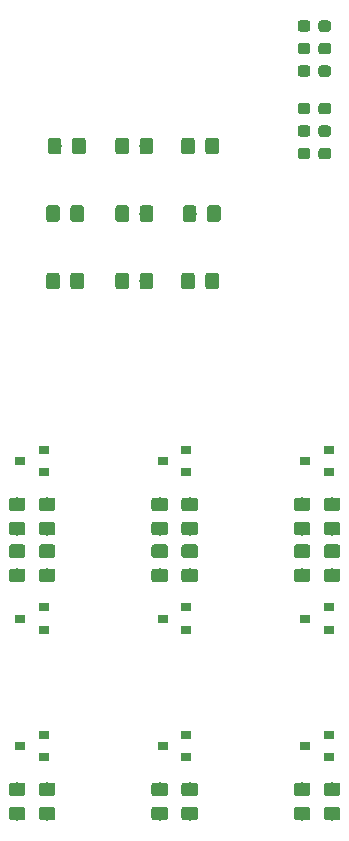
<source format=gbp>
G04 #@! TF.GenerationSoftware,KiCad,Pcbnew,(5.1.2)-1*
G04 #@! TF.CreationDate,2019-10-29T22:05:20+01:00*
G04 #@! TF.ProjectId,takt,74616b74-2e6b-4696-9361-645f70636258,rev?*
G04 #@! TF.SameCoordinates,Original*
G04 #@! TF.FileFunction,Paste,Bot*
G04 #@! TF.FilePolarity,Positive*
%FSLAX46Y46*%
G04 Gerber Fmt 4.6, Leading zero omitted, Abs format (unit mm)*
G04 Created by KiCad (PCBNEW (5.1.2)-1) date 2019-10-29 22:05:20*
%MOMM*%
%LPD*%
G04 APERTURE LIST*
%ADD10C,0.100000*%
%ADD11C,1.150000*%
%ADD12R,0.900000X0.800000*%
%ADD13C,0.950000*%
G04 APERTURE END LIST*
D10*
G36*
X93549505Y-110426204D02*
G01*
X93573773Y-110429804D01*
X93597572Y-110435765D01*
X93620671Y-110444030D01*
X93642850Y-110454520D01*
X93663893Y-110467132D01*
X93683599Y-110481747D01*
X93701777Y-110498223D01*
X93718253Y-110516401D01*
X93732868Y-110536107D01*
X93745480Y-110557150D01*
X93755970Y-110579329D01*
X93764235Y-110602428D01*
X93770196Y-110626227D01*
X93773796Y-110650495D01*
X93775000Y-110674999D01*
X93775000Y-111575001D01*
X93773796Y-111599505D01*
X93770196Y-111623773D01*
X93764235Y-111647572D01*
X93755970Y-111670671D01*
X93745480Y-111692850D01*
X93732868Y-111713893D01*
X93718253Y-111733599D01*
X93701777Y-111751777D01*
X93683599Y-111768253D01*
X93663893Y-111782868D01*
X93642850Y-111795480D01*
X93620671Y-111805970D01*
X93597572Y-111814235D01*
X93573773Y-111820196D01*
X93549505Y-111823796D01*
X93525001Y-111825000D01*
X92874999Y-111825000D01*
X92850495Y-111823796D01*
X92826227Y-111820196D01*
X92802428Y-111814235D01*
X92779329Y-111805970D01*
X92757150Y-111795480D01*
X92736107Y-111782868D01*
X92716401Y-111768253D01*
X92698223Y-111751777D01*
X92681747Y-111733599D01*
X92667132Y-111713893D01*
X92654520Y-111692850D01*
X92644030Y-111670671D01*
X92635765Y-111647572D01*
X92629804Y-111623773D01*
X92626204Y-111599505D01*
X92625000Y-111575001D01*
X92625000Y-110674999D01*
X92626204Y-110650495D01*
X92629804Y-110626227D01*
X92635765Y-110602428D01*
X92644030Y-110579329D01*
X92654520Y-110557150D01*
X92667132Y-110536107D01*
X92681747Y-110516401D01*
X92698223Y-110498223D01*
X92716401Y-110481747D01*
X92736107Y-110467132D01*
X92757150Y-110454520D01*
X92779329Y-110444030D01*
X92802428Y-110435765D01*
X92826227Y-110429804D01*
X92850495Y-110426204D01*
X92874999Y-110425000D01*
X93525001Y-110425000D01*
X93549505Y-110426204D01*
X93549505Y-110426204D01*
G37*
D11*
X93200000Y-111125000D03*
D10*
G36*
X95599505Y-110426204D02*
G01*
X95623773Y-110429804D01*
X95647572Y-110435765D01*
X95670671Y-110444030D01*
X95692850Y-110454520D01*
X95713893Y-110467132D01*
X95733599Y-110481747D01*
X95751777Y-110498223D01*
X95768253Y-110516401D01*
X95782868Y-110536107D01*
X95795480Y-110557150D01*
X95805970Y-110579329D01*
X95814235Y-110602428D01*
X95820196Y-110626227D01*
X95823796Y-110650495D01*
X95825000Y-110674999D01*
X95825000Y-111575001D01*
X95823796Y-111599505D01*
X95820196Y-111623773D01*
X95814235Y-111647572D01*
X95805970Y-111670671D01*
X95795480Y-111692850D01*
X95782868Y-111713893D01*
X95768253Y-111733599D01*
X95751777Y-111751777D01*
X95733599Y-111768253D01*
X95713893Y-111782868D01*
X95692850Y-111795480D01*
X95670671Y-111805970D01*
X95647572Y-111814235D01*
X95623773Y-111820196D01*
X95599505Y-111823796D01*
X95575001Y-111825000D01*
X94924999Y-111825000D01*
X94900495Y-111823796D01*
X94876227Y-111820196D01*
X94852428Y-111814235D01*
X94829329Y-111805970D01*
X94807150Y-111795480D01*
X94786107Y-111782868D01*
X94766401Y-111768253D01*
X94748223Y-111751777D01*
X94731747Y-111733599D01*
X94717132Y-111713893D01*
X94704520Y-111692850D01*
X94694030Y-111670671D01*
X94685765Y-111647572D01*
X94679804Y-111623773D01*
X94676204Y-111599505D01*
X94675000Y-111575001D01*
X94675000Y-110674999D01*
X94676204Y-110650495D01*
X94679804Y-110626227D01*
X94685765Y-110602428D01*
X94694030Y-110579329D01*
X94704520Y-110557150D01*
X94717132Y-110536107D01*
X94731747Y-110516401D01*
X94748223Y-110498223D01*
X94766401Y-110481747D01*
X94786107Y-110467132D01*
X94807150Y-110454520D01*
X94829329Y-110444030D01*
X94852428Y-110435765D01*
X94876227Y-110429804D01*
X94900495Y-110426204D01*
X94924999Y-110425000D01*
X95575001Y-110425000D01*
X95599505Y-110426204D01*
X95599505Y-110426204D01*
G37*
D11*
X95250000Y-111125000D03*
D10*
G36*
X105884505Y-153586204D02*
G01*
X105908773Y-153589804D01*
X105932572Y-153595765D01*
X105955671Y-153604030D01*
X105977850Y-153614520D01*
X105998893Y-153627132D01*
X106018599Y-153641747D01*
X106036777Y-153658223D01*
X106053253Y-153676401D01*
X106067868Y-153696107D01*
X106080480Y-153717150D01*
X106090970Y-153739329D01*
X106099235Y-153762428D01*
X106105196Y-153786227D01*
X106108796Y-153810495D01*
X106110000Y-153834999D01*
X106110000Y-154485001D01*
X106108796Y-154509505D01*
X106105196Y-154533773D01*
X106099235Y-154557572D01*
X106090970Y-154580671D01*
X106080480Y-154602850D01*
X106067868Y-154623893D01*
X106053253Y-154643599D01*
X106036777Y-154661777D01*
X106018599Y-154678253D01*
X105998893Y-154692868D01*
X105977850Y-154705480D01*
X105955671Y-154715970D01*
X105932572Y-154724235D01*
X105908773Y-154730196D01*
X105884505Y-154733796D01*
X105860001Y-154735000D01*
X104959999Y-154735000D01*
X104935495Y-154733796D01*
X104911227Y-154730196D01*
X104887428Y-154724235D01*
X104864329Y-154715970D01*
X104842150Y-154705480D01*
X104821107Y-154692868D01*
X104801401Y-154678253D01*
X104783223Y-154661777D01*
X104766747Y-154643599D01*
X104752132Y-154623893D01*
X104739520Y-154602850D01*
X104729030Y-154580671D01*
X104720765Y-154557572D01*
X104714804Y-154533773D01*
X104711204Y-154509505D01*
X104710000Y-154485001D01*
X104710000Y-153834999D01*
X104711204Y-153810495D01*
X104714804Y-153786227D01*
X104720765Y-153762428D01*
X104729030Y-153739329D01*
X104739520Y-153717150D01*
X104752132Y-153696107D01*
X104766747Y-153676401D01*
X104783223Y-153658223D01*
X104801401Y-153641747D01*
X104821107Y-153627132D01*
X104842150Y-153614520D01*
X104864329Y-153604030D01*
X104887428Y-153595765D01*
X104911227Y-153589804D01*
X104935495Y-153586204D01*
X104959999Y-153585000D01*
X105860001Y-153585000D01*
X105884505Y-153586204D01*
X105884505Y-153586204D01*
G37*
D11*
X105410000Y-154160000D03*
D10*
G36*
X105884505Y-155636204D02*
G01*
X105908773Y-155639804D01*
X105932572Y-155645765D01*
X105955671Y-155654030D01*
X105977850Y-155664520D01*
X105998893Y-155677132D01*
X106018599Y-155691747D01*
X106036777Y-155708223D01*
X106053253Y-155726401D01*
X106067868Y-155746107D01*
X106080480Y-155767150D01*
X106090970Y-155789329D01*
X106099235Y-155812428D01*
X106105196Y-155836227D01*
X106108796Y-155860495D01*
X106110000Y-155884999D01*
X106110000Y-156535001D01*
X106108796Y-156559505D01*
X106105196Y-156583773D01*
X106099235Y-156607572D01*
X106090970Y-156630671D01*
X106080480Y-156652850D01*
X106067868Y-156673893D01*
X106053253Y-156693599D01*
X106036777Y-156711777D01*
X106018599Y-156728253D01*
X105998893Y-156742868D01*
X105977850Y-156755480D01*
X105955671Y-156765970D01*
X105932572Y-156774235D01*
X105908773Y-156780196D01*
X105884505Y-156783796D01*
X105860001Y-156785000D01*
X104959999Y-156785000D01*
X104935495Y-156783796D01*
X104911227Y-156780196D01*
X104887428Y-156774235D01*
X104864329Y-156765970D01*
X104842150Y-156755480D01*
X104821107Y-156742868D01*
X104801401Y-156728253D01*
X104783223Y-156711777D01*
X104766747Y-156693599D01*
X104752132Y-156673893D01*
X104739520Y-156652850D01*
X104729030Y-156630671D01*
X104720765Y-156607572D01*
X104714804Y-156583773D01*
X104711204Y-156559505D01*
X104710000Y-156535001D01*
X104710000Y-155884999D01*
X104711204Y-155860495D01*
X104714804Y-155836227D01*
X104720765Y-155812428D01*
X104729030Y-155789329D01*
X104739520Y-155767150D01*
X104752132Y-155746107D01*
X104766747Y-155726401D01*
X104783223Y-155708223D01*
X104801401Y-155691747D01*
X104821107Y-155677132D01*
X104842150Y-155664520D01*
X104864329Y-155654030D01*
X104887428Y-155645765D01*
X104911227Y-155639804D01*
X104935495Y-155636204D01*
X104959999Y-155635000D01*
X105860001Y-155635000D01*
X105884505Y-155636204D01*
X105884505Y-155636204D01*
G37*
D11*
X105410000Y-156210000D03*
D10*
G36*
X87979505Y-110426204D02*
G01*
X88003773Y-110429804D01*
X88027572Y-110435765D01*
X88050671Y-110444030D01*
X88072850Y-110454520D01*
X88093893Y-110467132D01*
X88113599Y-110481747D01*
X88131777Y-110498223D01*
X88148253Y-110516401D01*
X88162868Y-110536107D01*
X88175480Y-110557150D01*
X88185970Y-110579329D01*
X88194235Y-110602428D01*
X88200196Y-110626227D01*
X88203796Y-110650495D01*
X88205000Y-110674999D01*
X88205000Y-111575001D01*
X88203796Y-111599505D01*
X88200196Y-111623773D01*
X88194235Y-111647572D01*
X88185970Y-111670671D01*
X88175480Y-111692850D01*
X88162868Y-111713893D01*
X88148253Y-111733599D01*
X88131777Y-111751777D01*
X88113599Y-111768253D01*
X88093893Y-111782868D01*
X88072850Y-111795480D01*
X88050671Y-111805970D01*
X88027572Y-111814235D01*
X88003773Y-111820196D01*
X87979505Y-111823796D01*
X87955001Y-111825000D01*
X87304999Y-111825000D01*
X87280495Y-111823796D01*
X87256227Y-111820196D01*
X87232428Y-111814235D01*
X87209329Y-111805970D01*
X87187150Y-111795480D01*
X87166107Y-111782868D01*
X87146401Y-111768253D01*
X87128223Y-111751777D01*
X87111747Y-111733599D01*
X87097132Y-111713893D01*
X87084520Y-111692850D01*
X87074030Y-111670671D01*
X87065765Y-111647572D01*
X87059804Y-111623773D01*
X87056204Y-111599505D01*
X87055000Y-111575001D01*
X87055000Y-110674999D01*
X87056204Y-110650495D01*
X87059804Y-110626227D01*
X87065765Y-110602428D01*
X87074030Y-110579329D01*
X87084520Y-110557150D01*
X87097132Y-110536107D01*
X87111747Y-110516401D01*
X87128223Y-110498223D01*
X87146401Y-110481747D01*
X87166107Y-110467132D01*
X87187150Y-110454520D01*
X87209329Y-110444030D01*
X87232428Y-110435765D01*
X87256227Y-110429804D01*
X87280495Y-110426204D01*
X87304999Y-110425000D01*
X87955001Y-110425000D01*
X87979505Y-110426204D01*
X87979505Y-110426204D01*
G37*
D11*
X87630000Y-111125000D03*
D10*
G36*
X90029505Y-110426204D02*
G01*
X90053773Y-110429804D01*
X90077572Y-110435765D01*
X90100671Y-110444030D01*
X90122850Y-110454520D01*
X90143893Y-110467132D01*
X90163599Y-110481747D01*
X90181777Y-110498223D01*
X90198253Y-110516401D01*
X90212868Y-110536107D01*
X90225480Y-110557150D01*
X90235970Y-110579329D01*
X90244235Y-110602428D01*
X90250196Y-110626227D01*
X90253796Y-110650495D01*
X90255000Y-110674999D01*
X90255000Y-111575001D01*
X90253796Y-111599505D01*
X90250196Y-111623773D01*
X90244235Y-111647572D01*
X90235970Y-111670671D01*
X90225480Y-111692850D01*
X90212868Y-111713893D01*
X90198253Y-111733599D01*
X90181777Y-111751777D01*
X90163599Y-111768253D01*
X90143893Y-111782868D01*
X90122850Y-111795480D01*
X90100671Y-111805970D01*
X90077572Y-111814235D01*
X90053773Y-111820196D01*
X90029505Y-111823796D01*
X90005001Y-111825000D01*
X89354999Y-111825000D01*
X89330495Y-111823796D01*
X89306227Y-111820196D01*
X89282428Y-111814235D01*
X89259329Y-111805970D01*
X89237150Y-111795480D01*
X89216107Y-111782868D01*
X89196401Y-111768253D01*
X89178223Y-111751777D01*
X89161747Y-111733599D01*
X89147132Y-111713893D01*
X89134520Y-111692850D01*
X89124030Y-111670671D01*
X89115765Y-111647572D01*
X89109804Y-111623773D01*
X89106204Y-111599505D01*
X89105000Y-111575001D01*
X89105000Y-110674999D01*
X89106204Y-110650495D01*
X89109804Y-110626227D01*
X89115765Y-110602428D01*
X89124030Y-110579329D01*
X89134520Y-110557150D01*
X89147132Y-110536107D01*
X89161747Y-110516401D01*
X89178223Y-110498223D01*
X89196401Y-110481747D01*
X89216107Y-110467132D01*
X89237150Y-110454520D01*
X89259329Y-110444030D01*
X89282428Y-110435765D01*
X89306227Y-110429804D01*
X89330495Y-110426204D01*
X89354999Y-110425000D01*
X90005001Y-110425000D01*
X90029505Y-110426204D01*
X90029505Y-110426204D01*
G37*
D11*
X89680000Y-111125000D03*
D10*
G36*
X93819505Y-153586204D02*
G01*
X93843773Y-153589804D01*
X93867572Y-153595765D01*
X93890671Y-153604030D01*
X93912850Y-153614520D01*
X93933893Y-153627132D01*
X93953599Y-153641747D01*
X93971777Y-153658223D01*
X93988253Y-153676401D01*
X94002868Y-153696107D01*
X94015480Y-153717150D01*
X94025970Y-153739329D01*
X94034235Y-153762428D01*
X94040196Y-153786227D01*
X94043796Y-153810495D01*
X94045000Y-153834999D01*
X94045000Y-154485001D01*
X94043796Y-154509505D01*
X94040196Y-154533773D01*
X94034235Y-154557572D01*
X94025970Y-154580671D01*
X94015480Y-154602850D01*
X94002868Y-154623893D01*
X93988253Y-154643599D01*
X93971777Y-154661777D01*
X93953599Y-154678253D01*
X93933893Y-154692868D01*
X93912850Y-154705480D01*
X93890671Y-154715970D01*
X93867572Y-154724235D01*
X93843773Y-154730196D01*
X93819505Y-154733796D01*
X93795001Y-154735000D01*
X92894999Y-154735000D01*
X92870495Y-154733796D01*
X92846227Y-154730196D01*
X92822428Y-154724235D01*
X92799329Y-154715970D01*
X92777150Y-154705480D01*
X92756107Y-154692868D01*
X92736401Y-154678253D01*
X92718223Y-154661777D01*
X92701747Y-154643599D01*
X92687132Y-154623893D01*
X92674520Y-154602850D01*
X92664030Y-154580671D01*
X92655765Y-154557572D01*
X92649804Y-154533773D01*
X92646204Y-154509505D01*
X92645000Y-154485001D01*
X92645000Y-153834999D01*
X92646204Y-153810495D01*
X92649804Y-153786227D01*
X92655765Y-153762428D01*
X92664030Y-153739329D01*
X92674520Y-153717150D01*
X92687132Y-153696107D01*
X92701747Y-153676401D01*
X92718223Y-153658223D01*
X92736401Y-153641747D01*
X92756107Y-153627132D01*
X92777150Y-153614520D01*
X92799329Y-153604030D01*
X92822428Y-153595765D01*
X92846227Y-153589804D01*
X92870495Y-153586204D01*
X92894999Y-153585000D01*
X93795001Y-153585000D01*
X93819505Y-153586204D01*
X93819505Y-153586204D01*
G37*
D11*
X93345000Y-154160000D03*
D10*
G36*
X93819505Y-155636204D02*
G01*
X93843773Y-155639804D01*
X93867572Y-155645765D01*
X93890671Y-155654030D01*
X93912850Y-155664520D01*
X93933893Y-155677132D01*
X93953599Y-155691747D01*
X93971777Y-155708223D01*
X93988253Y-155726401D01*
X94002868Y-155746107D01*
X94015480Y-155767150D01*
X94025970Y-155789329D01*
X94034235Y-155812428D01*
X94040196Y-155836227D01*
X94043796Y-155860495D01*
X94045000Y-155884999D01*
X94045000Y-156535001D01*
X94043796Y-156559505D01*
X94040196Y-156583773D01*
X94034235Y-156607572D01*
X94025970Y-156630671D01*
X94015480Y-156652850D01*
X94002868Y-156673893D01*
X93988253Y-156693599D01*
X93971777Y-156711777D01*
X93953599Y-156728253D01*
X93933893Y-156742868D01*
X93912850Y-156755480D01*
X93890671Y-156765970D01*
X93867572Y-156774235D01*
X93843773Y-156780196D01*
X93819505Y-156783796D01*
X93795001Y-156785000D01*
X92894999Y-156785000D01*
X92870495Y-156783796D01*
X92846227Y-156780196D01*
X92822428Y-156774235D01*
X92799329Y-156765970D01*
X92777150Y-156755480D01*
X92756107Y-156742868D01*
X92736401Y-156728253D01*
X92718223Y-156711777D01*
X92701747Y-156693599D01*
X92687132Y-156673893D01*
X92674520Y-156652850D01*
X92664030Y-156630671D01*
X92655765Y-156607572D01*
X92649804Y-156583773D01*
X92646204Y-156559505D01*
X92645000Y-156535001D01*
X92645000Y-155884999D01*
X92646204Y-155860495D01*
X92649804Y-155836227D01*
X92655765Y-155812428D01*
X92664030Y-155789329D01*
X92674520Y-155767150D01*
X92687132Y-155746107D01*
X92701747Y-155726401D01*
X92718223Y-155708223D01*
X92736401Y-155691747D01*
X92756107Y-155677132D01*
X92777150Y-155664520D01*
X92799329Y-155654030D01*
X92822428Y-155645765D01*
X92846227Y-155639804D01*
X92870495Y-155636204D01*
X92894999Y-155635000D01*
X93795001Y-155635000D01*
X93819505Y-155636204D01*
X93819505Y-155636204D01*
G37*
D11*
X93345000Y-156210000D03*
D10*
G36*
X82119505Y-110426204D02*
G01*
X82143773Y-110429804D01*
X82167572Y-110435765D01*
X82190671Y-110444030D01*
X82212850Y-110454520D01*
X82233893Y-110467132D01*
X82253599Y-110481747D01*
X82271777Y-110498223D01*
X82288253Y-110516401D01*
X82302868Y-110536107D01*
X82315480Y-110557150D01*
X82325970Y-110579329D01*
X82334235Y-110602428D01*
X82340196Y-110626227D01*
X82343796Y-110650495D01*
X82345000Y-110674999D01*
X82345000Y-111575001D01*
X82343796Y-111599505D01*
X82340196Y-111623773D01*
X82334235Y-111647572D01*
X82325970Y-111670671D01*
X82315480Y-111692850D01*
X82302868Y-111713893D01*
X82288253Y-111733599D01*
X82271777Y-111751777D01*
X82253599Y-111768253D01*
X82233893Y-111782868D01*
X82212850Y-111795480D01*
X82190671Y-111805970D01*
X82167572Y-111814235D01*
X82143773Y-111820196D01*
X82119505Y-111823796D01*
X82095001Y-111825000D01*
X81444999Y-111825000D01*
X81420495Y-111823796D01*
X81396227Y-111820196D01*
X81372428Y-111814235D01*
X81349329Y-111805970D01*
X81327150Y-111795480D01*
X81306107Y-111782868D01*
X81286401Y-111768253D01*
X81268223Y-111751777D01*
X81251747Y-111733599D01*
X81237132Y-111713893D01*
X81224520Y-111692850D01*
X81214030Y-111670671D01*
X81205765Y-111647572D01*
X81199804Y-111623773D01*
X81196204Y-111599505D01*
X81195000Y-111575001D01*
X81195000Y-110674999D01*
X81196204Y-110650495D01*
X81199804Y-110626227D01*
X81205765Y-110602428D01*
X81214030Y-110579329D01*
X81224520Y-110557150D01*
X81237132Y-110536107D01*
X81251747Y-110516401D01*
X81268223Y-110498223D01*
X81286401Y-110481747D01*
X81306107Y-110467132D01*
X81327150Y-110454520D01*
X81349329Y-110444030D01*
X81372428Y-110435765D01*
X81396227Y-110429804D01*
X81420495Y-110426204D01*
X81444999Y-110425000D01*
X82095001Y-110425000D01*
X82119505Y-110426204D01*
X82119505Y-110426204D01*
G37*
D11*
X81770000Y-111125000D03*
D10*
G36*
X84169505Y-110426204D02*
G01*
X84193773Y-110429804D01*
X84217572Y-110435765D01*
X84240671Y-110444030D01*
X84262850Y-110454520D01*
X84283893Y-110467132D01*
X84303599Y-110481747D01*
X84321777Y-110498223D01*
X84338253Y-110516401D01*
X84352868Y-110536107D01*
X84365480Y-110557150D01*
X84375970Y-110579329D01*
X84384235Y-110602428D01*
X84390196Y-110626227D01*
X84393796Y-110650495D01*
X84395000Y-110674999D01*
X84395000Y-111575001D01*
X84393796Y-111599505D01*
X84390196Y-111623773D01*
X84384235Y-111647572D01*
X84375970Y-111670671D01*
X84365480Y-111692850D01*
X84352868Y-111713893D01*
X84338253Y-111733599D01*
X84321777Y-111751777D01*
X84303599Y-111768253D01*
X84283893Y-111782868D01*
X84262850Y-111795480D01*
X84240671Y-111805970D01*
X84217572Y-111814235D01*
X84193773Y-111820196D01*
X84169505Y-111823796D01*
X84145001Y-111825000D01*
X83494999Y-111825000D01*
X83470495Y-111823796D01*
X83446227Y-111820196D01*
X83422428Y-111814235D01*
X83399329Y-111805970D01*
X83377150Y-111795480D01*
X83356107Y-111782868D01*
X83336401Y-111768253D01*
X83318223Y-111751777D01*
X83301747Y-111733599D01*
X83287132Y-111713893D01*
X83274520Y-111692850D01*
X83264030Y-111670671D01*
X83255765Y-111647572D01*
X83249804Y-111623773D01*
X83246204Y-111599505D01*
X83245000Y-111575001D01*
X83245000Y-110674999D01*
X83246204Y-110650495D01*
X83249804Y-110626227D01*
X83255765Y-110602428D01*
X83264030Y-110579329D01*
X83274520Y-110557150D01*
X83287132Y-110536107D01*
X83301747Y-110516401D01*
X83318223Y-110498223D01*
X83336401Y-110481747D01*
X83356107Y-110467132D01*
X83377150Y-110454520D01*
X83399329Y-110444030D01*
X83422428Y-110435765D01*
X83446227Y-110429804D01*
X83470495Y-110426204D01*
X83494999Y-110425000D01*
X84145001Y-110425000D01*
X84169505Y-110426204D01*
X84169505Y-110426204D01*
G37*
D11*
X83820000Y-111125000D03*
D10*
G36*
X81754505Y-153586204D02*
G01*
X81778773Y-153589804D01*
X81802572Y-153595765D01*
X81825671Y-153604030D01*
X81847850Y-153614520D01*
X81868893Y-153627132D01*
X81888599Y-153641747D01*
X81906777Y-153658223D01*
X81923253Y-153676401D01*
X81937868Y-153696107D01*
X81950480Y-153717150D01*
X81960970Y-153739329D01*
X81969235Y-153762428D01*
X81975196Y-153786227D01*
X81978796Y-153810495D01*
X81980000Y-153834999D01*
X81980000Y-154485001D01*
X81978796Y-154509505D01*
X81975196Y-154533773D01*
X81969235Y-154557572D01*
X81960970Y-154580671D01*
X81950480Y-154602850D01*
X81937868Y-154623893D01*
X81923253Y-154643599D01*
X81906777Y-154661777D01*
X81888599Y-154678253D01*
X81868893Y-154692868D01*
X81847850Y-154705480D01*
X81825671Y-154715970D01*
X81802572Y-154724235D01*
X81778773Y-154730196D01*
X81754505Y-154733796D01*
X81730001Y-154735000D01*
X80829999Y-154735000D01*
X80805495Y-154733796D01*
X80781227Y-154730196D01*
X80757428Y-154724235D01*
X80734329Y-154715970D01*
X80712150Y-154705480D01*
X80691107Y-154692868D01*
X80671401Y-154678253D01*
X80653223Y-154661777D01*
X80636747Y-154643599D01*
X80622132Y-154623893D01*
X80609520Y-154602850D01*
X80599030Y-154580671D01*
X80590765Y-154557572D01*
X80584804Y-154533773D01*
X80581204Y-154509505D01*
X80580000Y-154485001D01*
X80580000Y-153834999D01*
X80581204Y-153810495D01*
X80584804Y-153786227D01*
X80590765Y-153762428D01*
X80599030Y-153739329D01*
X80609520Y-153717150D01*
X80622132Y-153696107D01*
X80636747Y-153676401D01*
X80653223Y-153658223D01*
X80671401Y-153641747D01*
X80691107Y-153627132D01*
X80712150Y-153614520D01*
X80734329Y-153604030D01*
X80757428Y-153595765D01*
X80781227Y-153589804D01*
X80805495Y-153586204D01*
X80829999Y-153585000D01*
X81730001Y-153585000D01*
X81754505Y-153586204D01*
X81754505Y-153586204D01*
G37*
D11*
X81280000Y-154160000D03*
D10*
G36*
X81754505Y-155636204D02*
G01*
X81778773Y-155639804D01*
X81802572Y-155645765D01*
X81825671Y-155654030D01*
X81847850Y-155664520D01*
X81868893Y-155677132D01*
X81888599Y-155691747D01*
X81906777Y-155708223D01*
X81923253Y-155726401D01*
X81937868Y-155746107D01*
X81950480Y-155767150D01*
X81960970Y-155789329D01*
X81969235Y-155812428D01*
X81975196Y-155836227D01*
X81978796Y-155860495D01*
X81980000Y-155884999D01*
X81980000Y-156535001D01*
X81978796Y-156559505D01*
X81975196Y-156583773D01*
X81969235Y-156607572D01*
X81960970Y-156630671D01*
X81950480Y-156652850D01*
X81937868Y-156673893D01*
X81923253Y-156693599D01*
X81906777Y-156711777D01*
X81888599Y-156728253D01*
X81868893Y-156742868D01*
X81847850Y-156755480D01*
X81825671Y-156765970D01*
X81802572Y-156774235D01*
X81778773Y-156780196D01*
X81754505Y-156783796D01*
X81730001Y-156785000D01*
X80829999Y-156785000D01*
X80805495Y-156783796D01*
X80781227Y-156780196D01*
X80757428Y-156774235D01*
X80734329Y-156765970D01*
X80712150Y-156755480D01*
X80691107Y-156742868D01*
X80671401Y-156728253D01*
X80653223Y-156711777D01*
X80636747Y-156693599D01*
X80622132Y-156673893D01*
X80609520Y-156652850D01*
X80599030Y-156630671D01*
X80590765Y-156607572D01*
X80584804Y-156583773D01*
X80581204Y-156559505D01*
X80580000Y-156535001D01*
X80580000Y-155884999D01*
X80581204Y-155860495D01*
X80584804Y-155836227D01*
X80590765Y-155812428D01*
X80599030Y-155789329D01*
X80609520Y-155767150D01*
X80622132Y-155746107D01*
X80636747Y-155726401D01*
X80653223Y-155708223D01*
X80671401Y-155691747D01*
X80691107Y-155677132D01*
X80712150Y-155664520D01*
X80734329Y-155654030D01*
X80757428Y-155645765D01*
X80781227Y-155639804D01*
X80805495Y-155636204D01*
X80829999Y-155635000D01*
X81730001Y-155635000D01*
X81754505Y-155636204D01*
X81754505Y-155636204D01*
G37*
D11*
X81280000Y-156210000D03*
D10*
G36*
X93694505Y-104711204D02*
G01*
X93718773Y-104714804D01*
X93742572Y-104720765D01*
X93765671Y-104729030D01*
X93787850Y-104739520D01*
X93808893Y-104752132D01*
X93828599Y-104766747D01*
X93846777Y-104783223D01*
X93863253Y-104801401D01*
X93877868Y-104821107D01*
X93890480Y-104842150D01*
X93900970Y-104864329D01*
X93909235Y-104887428D01*
X93915196Y-104911227D01*
X93918796Y-104935495D01*
X93920000Y-104959999D01*
X93920000Y-105860001D01*
X93918796Y-105884505D01*
X93915196Y-105908773D01*
X93909235Y-105932572D01*
X93900970Y-105955671D01*
X93890480Y-105977850D01*
X93877868Y-105998893D01*
X93863253Y-106018599D01*
X93846777Y-106036777D01*
X93828599Y-106053253D01*
X93808893Y-106067868D01*
X93787850Y-106080480D01*
X93765671Y-106090970D01*
X93742572Y-106099235D01*
X93718773Y-106105196D01*
X93694505Y-106108796D01*
X93670001Y-106110000D01*
X93019999Y-106110000D01*
X92995495Y-106108796D01*
X92971227Y-106105196D01*
X92947428Y-106099235D01*
X92924329Y-106090970D01*
X92902150Y-106080480D01*
X92881107Y-106067868D01*
X92861401Y-106053253D01*
X92843223Y-106036777D01*
X92826747Y-106018599D01*
X92812132Y-105998893D01*
X92799520Y-105977850D01*
X92789030Y-105955671D01*
X92780765Y-105932572D01*
X92774804Y-105908773D01*
X92771204Y-105884505D01*
X92770000Y-105860001D01*
X92770000Y-104959999D01*
X92771204Y-104935495D01*
X92774804Y-104911227D01*
X92780765Y-104887428D01*
X92789030Y-104864329D01*
X92799520Y-104842150D01*
X92812132Y-104821107D01*
X92826747Y-104801401D01*
X92843223Y-104783223D01*
X92861401Y-104766747D01*
X92881107Y-104752132D01*
X92902150Y-104739520D01*
X92924329Y-104729030D01*
X92947428Y-104720765D01*
X92971227Y-104714804D01*
X92995495Y-104711204D01*
X93019999Y-104710000D01*
X93670001Y-104710000D01*
X93694505Y-104711204D01*
X93694505Y-104711204D01*
G37*
D11*
X93345000Y-105410000D03*
D10*
G36*
X95744505Y-104711204D02*
G01*
X95768773Y-104714804D01*
X95792572Y-104720765D01*
X95815671Y-104729030D01*
X95837850Y-104739520D01*
X95858893Y-104752132D01*
X95878599Y-104766747D01*
X95896777Y-104783223D01*
X95913253Y-104801401D01*
X95927868Y-104821107D01*
X95940480Y-104842150D01*
X95950970Y-104864329D01*
X95959235Y-104887428D01*
X95965196Y-104911227D01*
X95968796Y-104935495D01*
X95970000Y-104959999D01*
X95970000Y-105860001D01*
X95968796Y-105884505D01*
X95965196Y-105908773D01*
X95959235Y-105932572D01*
X95950970Y-105955671D01*
X95940480Y-105977850D01*
X95927868Y-105998893D01*
X95913253Y-106018599D01*
X95896777Y-106036777D01*
X95878599Y-106053253D01*
X95858893Y-106067868D01*
X95837850Y-106080480D01*
X95815671Y-106090970D01*
X95792572Y-106099235D01*
X95768773Y-106105196D01*
X95744505Y-106108796D01*
X95720001Y-106110000D01*
X95069999Y-106110000D01*
X95045495Y-106108796D01*
X95021227Y-106105196D01*
X94997428Y-106099235D01*
X94974329Y-106090970D01*
X94952150Y-106080480D01*
X94931107Y-106067868D01*
X94911401Y-106053253D01*
X94893223Y-106036777D01*
X94876747Y-106018599D01*
X94862132Y-105998893D01*
X94849520Y-105977850D01*
X94839030Y-105955671D01*
X94830765Y-105932572D01*
X94824804Y-105908773D01*
X94821204Y-105884505D01*
X94820000Y-105860001D01*
X94820000Y-104959999D01*
X94821204Y-104935495D01*
X94824804Y-104911227D01*
X94830765Y-104887428D01*
X94839030Y-104864329D01*
X94849520Y-104842150D01*
X94862132Y-104821107D01*
X94876747Y-104801401D01*
X94893223Y-104783223D01*
X94911401Y-104766747D01*
X94931107Y-104752132D01*
X94952150Y-104739520D01*
X94974329Y-104729030D01*
X94997428Y-104720765D01*
X95021227Y-104714804D01*
X95045495Y-104711204D01*
X95069999Y-104710000D01*
X95720001Y-104710000D01*
X95744505Y-104711204D01*
X95744505Y-104711204D01*
G37*
D11*
X95395000Y-105410000D03*
D10*
G36*
X105884505Y-135461204D02*
G01*
X105908773Y-135464804D01*
X105932572Y-135470765D01*
X105955671Y-135479030D01*
X105977850Y-135489520D01*
X105998893Y-135502132D01*
X106018599Y-135516747D01*
X106036777Y-135533223D01*
X106053253Y-135551401D01*
X106067868Y-135571107D01*
X106080480Y-135592150D01*
X106090970Y-135614329D01*
X106099235Y-135637428D01*
X106105196Y-135661227D01*
X106108796Y-135685495D01*
X106110000Y-135709999D01*
X106110000Y-136360001D01*
X106108796Y-136384505D01*
X106105196Y-136408773D01*
X106099235Y-136432572D01*
X106090970Y-136455671D01*
X106080480Y-136477850D01*
X106067868Y-136498893D01*
X106053253Y-136518599D01*
X106036777Y-136536777D01*
X106018599Y-136553253D01*
X105998893Y-136567868D01*
X105977850Y-136580480D01*
X105955671Y-136590970D01*
X105932572Y-136599235D01*
X105908773Y-136605196D01*
X105884505Y-136608796D01*
X105860001Y-136610000D01*
X104959999Y-136610000D01*
X104935495Y-136608796D01*
X104911227Y-136605196D01*
X104887428Y-136599235D01*
X104864329Y-136590970D01*
X104842150Y-136580480D01*
X104821107Y-136567868D01*
X104801401Y-136553253D01*
X104783223Y-136536777D01*
X104766747Y-136518599D01*
X104752132Y-136498893D01*
X104739520Y-136477850D01*
X104729030Y-136455671D01*
X104720765Y-136432572D01*
X104714804Y-136408773D01*
X104711204Y-136384505D01*
X104710000Y-136360001D01*
X104710000Y-135709999D01*
X104711204Y-135685495D01*
X104714804Y-135661227D01*
X104720765Y-135637428D01*
X104729030Y-135614329D01*
X104739520Y-135592150D01*
X104752132Y-135571107D01*
X104766747Y-135551401D01*
X104783223Y-135533223D01*
X104801401Y-135516747D01*
X104821107Y-135502132D01*
X104842150Y-135489520D01*
X104864329Y-135479030D01*
X104887428Y-135470765D01*
X104911227Y-135464804D01*
X104935495Y-135461204D01*
X104959999Y-135460000D01*
X105860001Y-135460000D01*
X105884505Y-135461204D01*
X105884505Y-135461204D01*
G37*
D11*
X105410000Y-136035000D03*
D10*
G36*
X105884505Y-133411204D02*
G01*
X105908773Y-133414804D01*
X105932572Y-133420765D01*
X105955671Y-133429030D01*
X105977850Y-133439520D01*
X105998893Y-133452132D01*
X106018599Y-133466747D01*
X106036777Y-133483223D01*
X106053253Y-133501401D01*
X106067868Y-133521107D01*
X106080480Y-133542150D01*
X106090970Y-133564329D01*
X106099235Y-133587428D01*
X106105196Y-133611227D01*
X106108796Y-133635495D01*
X106110000Y-133659999D01*
X106110000Y-134310001D01*
X106108796Y-134334505D01*
X106105196Y-134358773D01*
X106099235Y-134382572D01*
X106090970Y-134405671D01*
X106080480Y-134427850D01*
X106067868Y-134448893D01*
X106053253Y-134468599D01*
X106036777Y-134486777D01*
X106018599Y-134503253D01*
X105998893Y-134517868D01*
X105977850Y-134530480D01*
X105955671Y-134540970D01*
X105932572Y-134549235D01*
X105908773Y-134555196D01*
X105884505Y-134558796D01*
X105860001Y-134560000D01*
X104959999Y-134560000D01*
X104935495Y-134558796D01*
X104911227Y-134555196D01*
X104887428Y-134549235D01*
X104864329Y-134540970D01*
X104842150Y-134530480D01*
X104821107Y-134517868D01*
X104801401Y-134503253D01*
X104783223Y-134486777D01*
X104766747Y-134468599D01*
X104752132Y-134448893D01*
X104739520Y-134427850D01*
X104729030Y-134405671D01*
X104720765Y-134382572D01*
X104714804Y-134358773D01*
X104711204Y-134334505D01*
X104710000Y-134310001D01*
X104710000Y-133659999D01*
X104711204Y-133635495D01*
X104714804Y-133611227D01*
X104720765Y-133587428D01*
X104729030Y-133564329D01*
X104739520Y-133542150D01*
X104752132Y-133521107D01*
X104766747Y-133501401D01*
X104783223Y-133483223D01*
X104801401Y-133466747D01*
X104821107Y-133452132D01*
X104842150Y-133439520D01*
X104864329Y-133429030D01*
X104887428Y-133420765D01*
X104911227Y-133414804D01*
X104935495Y-133411204D01*
X104959999Y-133410000D01*
X105860001Y-133410000D01*
X105884505Y-133411204D01*
X105884505Y-133411204D01*
G37*
D11*
X105410000Y-133985000D03*
D10*
G36*
X87979505Y-104711204D02*
G01*
X88003773Y-104714804D01*
X88027572Y-104720765D01*
X88050671Y-104729030D01*
X88072850Y-104739520D01*
X88093893Y-104752132D01*
X88113599Y-104766747D01*
X88131777Y-104783223D01*
X88148253Y-104801401D01*
X88162868Y-104821107D01*
X88175480Y-104842150D01*
X88185970Y-104864329D01*
X88194235Y-104887428D01*
X88200196Y-104911227D01*
X88203796Y-104935495D01*
X88205000Y-104959999D01*
X88205000Y-105860001D01*
X88203796Y-105884505D01*
X88200196Y-105908773D01*
X88194235Y-105932572D01*
X88185970Y-105955671D01*
X88175480Y-105977850D01*
X88162868Y-105998893D01*
X88148253Y-106018599D01*
X88131777Y-106036777D01*
X88113599Y-106053253D01*
X88093893Y-106067868D01*
X88072850Y-106080480D01*
X88050671Y-106090970D01*
X88027572Y-106099235D01*
X88003773Y-106105196D01*
X87979505Y-106108796D01*
X87955001Y-106110000D01*
X87304999Y-106110000D01*
X87280495Y-106108796D01*
X87256227Y-106105196D01*
X87232428Y-106099235D01*
X87209329Y-106090970D01*
X87187150Y-106080480D01*
X87166107Y-106067868D01*
X87146401Y-106053253D01*
X87128223Y-106036777D01*
X87111747Y-106018599D01*
X87097132Y-105998893D01*
X87084520Y-105977850D01*
X87074030Y-105955671D01*
X87065765Y-105932572D01*
X87059804Y-105908773D01*
X87056204Y-105884505D01*
X87055000Y-105860001D01*
X87055000Y-104959999D01*
X87056204Y-104935495D01*
X87059804Y-104911227D01*
X87065765Y-104887428D01*
X87074030Y-104864329D01*
X87084520Y-104842150D01*
X87097132Y-104821107D01*
X87111747Y-104801401D01*
X87128223Y-104783223D01*
X87146401Y-104766747D01*
X87166107Y-104752132D01*
X87187150Y-104739520D01*
X87209329Y-104729030D01*
X87232428Y-104720765D01*
X87256227Y-104714804D01*
X87280495Y-104711204D01*
X87304999Y-104710000D01*
X87955001Y-104710000D01*
X87979505Y-104711204D01*
X87979505Y-104711204D01*
G37*
D11*
X87630000Y-105410000D03*
D10*
G36*
X90029505Y-104711204D02*
G01*
X90053773Y-104714804D01*
X90077572Y-104720765D01*
X90100671Y-104729030D01*
X90122850Y-104739520D01*
X90143893Y-104752132D01*
X90163599Y-104766747D01*
X90181777Y-104783223D01*
X90198253Y-104801401D01*
X90212868Y-104821107D01*
X90225480Y-104842150D01*
X90235970Y-104864329D01*
X90244235Y-104887428D01*
X90250196Y-104911227D01*
X90253796Y-104935495D01*
X90255000Y-104959999D01*
X90255000Y-105860001D01*
X90253796Y-105884505D01*
X90250196Y-105908773D01*
X90244235Y-105932572D01*
X90235970Y-105955671D01*
X90225480Y-105977850D01*
X90212868Y-105998893D01*
X90198253Y-106018599D01*
X90181777Y-106036777D01*
X90163599Y-106053253D01*
X90143893Y-106067868D01*
X90122850Y-106080480D01*
X90100671Y-106090970D01*
X90077572Y-106099235D01*
X90053773Y-106105196D01*
X90029505Y-106108796D01*
X90005001Y-106110000D01*
X89354999Y-106110000D01*
X89330495Y-106108796D01*
X89306227Y-106105196D01*
X89282428Y-106099235D01*
X89259329Y-106090970D01*
X89237150Y-106080480D01*
X89216107Y-106067868D01*
X89196401Y-106053253D01*
X89178223Y-106036777D01*
X89161747Y-106018599D01*
X89147132Y-105998893D01*
X89134520Y-105977850D01*
X89124030Y-105955671D01*
X89115765Y-105932572D01*
X89109804Y-105908773D01*
X89106204Y-105884505D01*
X89105000Y-105860001D01*
X89105000Y-104959999D01*
X89106204Y-104935495D01*
X89109804Y-104911227D01*
X89115765Y-104887428D01*
X89124030Y-104864329D01*
X89134520Y-104842150D01*
X89147132Y-104821107D01*
X89161747Y-104801401D01*
X89178223Y-104783223D01*
X89196401Y-104766747D01*
X89216107Y-104752132D01*
X89237150Y-104739520D01*
X89259329Y-104729030D01*
X89282428Y-104720765D01*
X89306227Y-104714804D01*
X89330495Y-104711204D01*
X89354999Y-104710000D01*
X90005001Y-104710000D01*
X90029505Y-104711204D01*
X90029505Y-104711204D01*
G37*
D11*
X89680000Y-105410000D03*
D10*
G36*
X93819505Y-135461204D02*
G01*
X93843773Y-135464804D01*
X93867572Y-135470765D01*
X93890671Y-135479030D01*
X93912850Y-135489520D01*
X93933893Y-135502132D01*
X93953599Y-135516747D01*
X93971777Y-135533223D01*
X93988253Y-135551401D01*
X94002868Y-135571107D01*
X94015480Y-135592150D01*
X94025970Y-135614329D01*
X94034235Y-135637428D01*
X94040196Y-135661227D01*
X94043796Y-135685495D01*
X94045000Y-135709999D01*
X94045000Y-136360001D01*
X94043796Y-136384505D01*
X94040196Y-136408773D01*
X94034235Y-136432572D01*
X94025970Y-136455671D01*
X94015480Y-136477850D01*
X94002868Y-136498893D01*
X93988253Y-136518599D01*
X93971777Y-136536777D01*
X93953599Y-136553253D01*
X93933893Y-136567868D01*
X93912850Y-136580480D01*
X93890671Y-136590970D01*
X93867572Y-136599235D01*
X93843773Y-136605196D01*
X93819505Y-136608796D01*
X93795001Y-136610000D01*
X92894999Y-136610000D01*
X92870495Y-136608796D01*
X92846227Y-136605196D01*
X92822428Y-136599235D01*
X92799329Y-136590970D01*
X92777150Y-136580480D01*
X92756107Y-136567868D01*
X92736401Y-136553253D01*
X92718223Y-136536777D01*
X92701747Y-136518599D01*
X92687132Y-136498893D01*
X92674520Y-136477850D01*
X92664030Y-136455671D01*
X92655765Y-136432572D01*
X92649804Y-136408773D01*
X92646204Y-136384505D01*
X92645000Y-136360001D01*
X92645000Y-135709999D01*
X92646204Y-135685495D01*
X92649804Y-135661227D01*
X92655765Y-135637428D01*
X92664030Y-135614329D01*
X92674520Y-135592150D01*
X92687132Y-135571107D01*
X92701747Y-135551401D01*
X92718223Y-135533223D01*
X92736401Y-135516747D01*
X92756107Y-135502132D01*
X92777150Y-135489520D01*
X92799329Y-135479030D01*
X92822428Y-135470765D01*
X92846227Y-135464804D01*
X92870495Y-135461204D01*
X92894999Y-135460000D01*
X93795001Y-135460000D01*
X93819505Y-135461204D01*
X93819505Y-135461204D01*
G37*
D11*
X93345000Y-136035000D03*
D10*
G36*
X93819505Y-133411204D02*
G01*
X93843773Y-133414804D01*
X93867572Y-133420765D01*
X93890671Y-133429030D01*
X93912850Y-133439520D01*
X93933893Y-133452132D01*
X93953599Y-133466747D01*
X93971777Y-133483223D01*
X93988253Y-133501401D01*
X94002868Y-133521107D01*
X94015480Y-133542150D01*
X94025970Y-133564329D01*
X94034235Y-133587428D01*
X94040196Y-133611227D01*
X94043796Y-133635495D01*
X94045000Y-133659999D01*
X94045000Y-134310001D01*
X94043796Y-134334505D01*
X94040196Y-134358773D01*
X94034235Y-134382572D01*
X94025970Y-134405671D01*
X94015480Y-134427850D01*
X94002868Y-134448893D01*
X93988253Y-134468599D01*
X93971777Y-134486777D01*
X93953599Y-134503253D01*
X93933893Y-134517868D01*
X93912850Y-134530480D01*
X93890671Y-134540970D01*
X93867572Y-134549235D01*
X93843773Y-134555196D01*
X93819505Y-134558796D01*
X93795001Y-134560000D01*
X92894999Y-134560000D01*
X92870495Y-134558796D01*
X92846227Y-134555196D01*
X92822428Y-134549235D01*
X92799329Y-134540970D01*
X92777150Y-134530480D01*
X92756107Y-134517868D01*
X92736401Y-134503253D01*
X92718223Y-134486777D01*
X92701747Y-134468599D01*
X92687132Y-134448893D01*
X92674520Y-134427850D01*
X92664030Y-134405671D01*
X92655765Y-134382572D01*
X92649804Y-134358773D01*
X92646204Y-134334505D01*
X92645000Y-134310001D01*
X92645000Y-133659999D01*
X92646204Y-133635495D01*
X92649804Y-133611227D01*
X92655765Y-133587428D01*
X92664030Y-133564329D01*
X92674520Y-133542150D01*
X92687132Y-133521107D01*
X92701747Y-133501401D01*
X92718223Y-133483223D01*
X92736401Y-133466747D01*
X92756107Y-133452132D01*
X92777150Y-133439520D01*
X92799329Y-133429030D01*
X92822428Y-133420765D01*
X92846227Y-133414804D01*
X92870495Y-133411204D01*
X92894999Y-133410000D01*
X93795001Y-133410000D01*
X93819505Y-133411204D01*
X93819505Y-133411204D01*
G37*
D11*
X93345000Y-133985000D03*
D10*
G36*
X82119505Y-104711204D02*
G01*
X82143773Y-104714804D01*
X82167572Y-104720765D01*
X82190671Y-104729030D01*
X82212850Y-104739520D01*
X82233893Y-104752132D01*
X82253599Y-104766747D01*
X82271777Y-104783223D01*
X82288253Y-104801401D01*
X82302868Y-104821107D01*
X82315480Y-104842150D01*
X82325970Y-104864329D01*
X82334235Y-104887428D01*
X82340196Y-104911227D01*
X82343796Y-104935495D01*
X82345000Y-104959999D01*
X82345000Y-105860001D01*
X82343796Y-105884505D01*
X82340196Y-105908773D01*
X82334235Y-105932572D01*
X82325970Y-105955671D01*
X82315480Y-105977850D01*
X82302868Y-105998893D01*
X82288253Y-106018599D01*
X82271777Y-106036777D01*
X82253599Y-106053253D01*
X82233893Y-106067868D01*
X82212850Y-106080480D01*
X82190671Y-106090970D01*
X82167572Y-106099235D01*
X82143773Y-106105196D01*
X82119505Y-106108796D01*
X82095001Y-106110000D01*
X81444999Y-106110000D01*
X81420495Y-106108796D01*
X81396227Y-106105196D01*
X81372428Y-106099235D01*
X81349329Y-106090970D01*
X81327150Y-106080480D01*
X81306107Y-106067868D01*
X81286401Y-106053253D01*
X81268223Y-106036777D01*
X81251747Y-106018599D01*
X81237132Y-105998893D01*
X81224520Y-105977850D01*
X81214030Y-105955671D01*
X81205765Y-105932572D01*
X81199804Y-105908773D01*
X81196204Y-105884505D01*
X81195000Y-105860001D01*
X81195000Y-104959999D01*
X81196204Y-104935495D01*
X81199804Y-104911227D01*
X81205765Y-104887428D01*
X81214030Y-104864329D01*
X81224520Y-104842150D01*
X81237132Y-104821107D01*
X81251747Y-104801401D01*
X81268223Y-104783223D01*
X81286401Y-104766747D01*
X81306107Y-104752132D01*
X81327150Y-104739520D01*
X81349329Y-104729030D01*
X81372428Y-104720765D01*
X81396227Y-104714804D01*
X81420495Y-104711204D01*
X81444999Y-104710000D01*
X82095001Y-104710000D01*
X82119505Y-104711204D01*
X82119505Y-104711204D01*
G37*
D11*
X81770000Y-105410000D03*
D10*
G36*
X84169505Y-104711204D02*
G01*
X84193773Y-104714804D01*
X84217572Y-104720765D01*
X84240671Y-104729030D01*
X84262850Y-104739520D01*
X84283893Y-104752132D01*
X84303599Y-104766747D01*
X84321777Y-104783223D01*
X84338253Y-104801401D01*
X84352868Y-104821107D01*
X84365480Y-104842150D01*
X84375970Y-104864329D01*
X84384235Y-104887428D01*
X84390196Y-104911227D01*
X84393796Y-104935495D01*
X84395000Y-104959999D01*
X84395000Y-105860001D01*
X84393796Y-105884505D01*
X84390196Y-105908773D01*
X84384235Y-105932572D01*
X84375970Y-105955671D01*
X84365480Y-105977850D01*
X84352868Y-105998893D01*
X84338253Y-106018599D01*
X84321777Y-106036777D01*
X84303599Y-106053253D01*
X84283893Y-106067868D01*
X84262850Y-106080480D01*
X84240671Y-106090970D01*
X84217572Y-106099235D01*
X84193773Y-106105196D01*
X84169505Y-106108796D01*
X84145001Y-106110000D01*
X83494999Y-106110000D01*
X83470495Y-106108796D01*
X83446227Y-106105196D01*
X83422428Y-106099235D01*
X83399329Y-106090970D01*
X83377150Y-106080480D01*
X83356107Y-106067868D01*
X83336401Y-106053253D01*
X83318223Y-106036777D01*
X83301747Y-106018599D01*
X83287132Y-105998893D01*
X83274520Y-105977850D01*
X83264030Y-105955671D01*
X83255765Y-105932572D01*
X83249804Y-105908773D01*
X83246204Y-105884505D01*
X83245000Y-105860001D01*
X83245000Y-104959999D01*
X83246204Y-104935495D01*
X83249804Y-104911227D01*
X83255765Y-104887428D01*
X83264030Y-104864329D01*
X83274520Y-104842150D01*
X83287132Y-104821107D01*
X83301747Y-104801401D01*
X83318223Y-104783223D01*
X83336401Y-104766747D01*
X83356107Y-104752132D01*
X83377150Y-104739520D01*
X83399329Y-104729030D01*
X83422428Y-104720765D01*
X83446227Y-104714804D01*
X83470495Y-104711204D01*
X83494999Y-104710000D01*
X84145001Y-104710000D01*
X84169505Y-104711204D01*
X84169505Y-104711204D01*
G37*
D11*
X83820000Y-105410000D03*
D10*
G36*
X81754505Y-135461204D02*
G01*
X81778773Y-135464804D01*
X81802572Y-135470765D01*
X81825671Y-135479030D01*
X81847850Y-135489520D01*
X81868893Y-135502132D01*
X81888599Y-135516747D01*
X81906777Y-135533223D01*
X81923253Y-135551401D01*
X81937868Y-135571107D01*
X81950480Y-135592150D01*
X81960970Y-135614329D01*
X81969235Y-135637428D01*
X81975196Y-135661227D01*
X81978796Y-135685495D01*
X81980000Y-135709999D01*
X81980000Y-136360001D01*
X81978796Y-136384505D01*
X81975196Y-136408773D01*
X81969235Y-136432572D01*
X81960970Y-136455671D01*
X81950480Y-136477850D01*
X81937868Y-136498893D01*
X81923253Y-136518599D01*
X81906777Y-136536777D01*
X81888599Y-136553253D01*
X81868893Y-136567868D01*
X81847850Y-136580480D01*
X81825671Y-136590970D01*
X81802572Y-136599235D01*
X81778773Y-136605196D01*
X81754505Y-136608796D01*
X81730001Y-136610000D01*
X80829999Y-136610000D01*
X80805495Y-136608796D01*
X80781227Y-136605196D01*
X80757428Y-136599235D01*
X80734329Y-136590970D01*
X80712150Y-136580480D01*
X80691107Y-136567868D01*
X80671401Y-136553253D01*
X80653223Y-136536777D01*
X80636747Y-136518599D01*
X80622132Y-136498893D01*
X80609520Y-136477850D01*
X80599030Y-136455671D01*
X80590765Y-136432572D01*
X80584804Y-136408773D01*
X80581204Y-136384505D01*
X80580000Y-136360001D01*
X80580000Y-135709999D01*
X80581204Y-135685495D01*
X80584804Y-135661227D01*
X80590765Y-135637428D01*
X80599030Y-135614329D01*
X80609520Y-135592150D01*
X80622132Y-135571107D01*
X80636747Y-135551401D01*
X80653223Y-135533223D01*
X80671401Y-135516747D01*
X80691107Y-135502132D01*
X80712150Y-135489520D01*
X80734329Y-135479030D01*
X80757428Y-135470765D01*
X80781227Y-135464804D01*
X80805495Y-135461204D01*
X80829999Y-135460000D01*
X81730001Y-135460000D01*
X81754505Y-135461204D01*
X81754505Y-135461204D01*
G37*
D11*
X81280000Y-136035000D03*
D10*
G36*
X81754505Y-133411204D02*
G01*
X81778773Y-133414804D01*
X81802572Y-133420765D01*
X81825671Y-133429030D01*
X81847850Y-133439520D01*
X81868893Y-133452132D01*
X81888599Y-133466747D01*
X81906777Y-133483223D01*
X81923253Y-133501401D01*
X81937868Y-133521107D01*
X81950480Y-133542150D01*
X81960970Y-133564329D01*
X81969235Y-133587428D01*
X81975196Y-133611227D01*
X81978796Y-133635495D01*
X81980000Y-133659999D01*
X81980000Y-134310001D01*
X81978796Y-134334505D01*
X81975196Y-134358773D01*
X81969235Y-134382572D01*
X81960970Y-134405671D01*
X81950480Y-134427850D01*
X81937868Y-134448893D01*
X81923253Y-134468599D01*
X81906777Y-134486777D01*
X81888599Y-134503253D01*
X81868893Y-134517868D01*
X81847850Y-134530480D01*
X81825671Y-134540970D01*
X81802572Y-134549235D01*
X81778773Y-134555196D01*
X81754505Y-134558796D01*
X81730001Y-134560000D01*
X80829999Y-134560000D01*
X80805495Y-134558796D01*
X80781227Y-134555196D01*
X80757428Y-134549235D01*
X80734329Y-134540970D01*
X80712150Y-134530480D01*
X80691107Y-134517868D01*
X80671401Y-134503253D01*
X80653223Y-134486777D01*
X80636747Y-134468599D01*
X80622132Y-134448893D01*
X80609520Y-134427850D01*
X80599030Y-134405671D01*
X80590765Y-134382572D01*
X80584804Y-134358773D01*
X80581204Y-134334505D01*
X80580000Y-134310001D01*
X80580000Y-133659999D01*
X80581204Y-133635495D01*
X80584804Y-133611227D01*
X80590765Y-133587428D01*
X80599030Y-133564329D01*
X80609520Y-133542150D01*
X80622132Y-133521107D01*
X80636747Y-133501401D01*
X80653223Y-133483223D01*
X80671401Y-133466747D01*
X80691107Y-133452132D01*
X80712150Y-133439520D01*
X80734329Y-133429030D01*
X80757428Y-133420765D01*
X80781227Y-133414804D01*
X80805495Y-133411204D01*
X80829999Y-133410000D01*
X81730001Y-133410000D01*
X81754505Y-133411204D01*
X81754505Y-133411204D01*
G37*
D11*
X81280000Y-133985000D03*
D10*
G36*
X93549505Y-98996204D02*
G01*
X93573773Y-98999804D01*
X93597572Y-99005765D01*
X93620671Y-99014030D01*
X93642850Y-99024520D01*
X93663893Y-99037132D01*
X93683599Y-99051747D01*
X93701777Y-99068223D01*
X93718253Y-99086401D01*
X93732868Y-99106107D01*
X93745480Y-99127150D01*
X93755970Y-99149329D01*
X93764235Y-99172428D01*
X93770196Y-99196227D01*
X93773796Y-99220495D01*
X93775000Y-99244999D01*
X93775000Y-100145001D01*
X93773796Y-100169505D01*
X93770196Y-100193773D01*
X93764235Y-100217572D01*
X93755970Y-100240671D01*
X93745480Y-100262850D01*
X93732868Y-100283893D01*
X93718253Y-100303599D01*
X93701777Y-100321777D01*
X93683599Y-100338253D01*
X93663893Y-100352868D01*
X93642850Y-100365480D01*
X93620671Y-100375970D01*
X93597572Y-100384235D01*
X93573773Y-100390196D01*
X93549505Y-100393796D01*
X93525001Y-100395000D01*
X92874999Y-100395000D01*
X92850495Y-100393796D01*
X92826227Y-100390196D01*
X92802428Y-100384235D01*
X92779329Y-100375970D01*
X92757150Y-100365480D01*
X92736107Y-100352868D01*
X92716401Y-100338253D01*
X92698223Y-100321777D01*
X92681747Y-100303599D01*
X92667132Y-100283893D01*
X92654520Y-100262850D01*
X92644030Y-100240671D01*
X92635765Y-100217572D01*
X92629804Y-100193773D01*
X92626204Y-100169505D01*
X92625000Y-100145001D01*
X92625000Y-99244999D01*
X92626204Y-99220495D01*
X92629804Y-99196227D01*
X92635765Y-99172428D01*
X92644030Y-99149329D01*
X92654520Y-99127150D01*
X92667132Y-99106107D01*
X92681747Y-99086401D01*
X92698223Y-99068223D01*
X92716401Y-99051747D01*
X92736107Y-99037132D01*
X92757150Y-99024520D01*
X92779329Y-99014030D01*
X92802428Y-99005765D01*
X92826227Y-98999804D01*
X92850495Y-98996204D01*
X92874999Y-98995000D01*
X93525001Y-98995000D01*
X93549505Y-98996204D01*
X93549505Y-98996204D01*
G37*
D11*
X93200000Y-99695000D03*
D10*
G36*
X95599505Y-98996204D02*
G01*
X95623773Y-98999804D01*
X95647572Y-99005765D01*
X95670671Y-99014030D01*
X95692850Y-99024520D01*
X95713893Y-99037132D01*
X95733599Y-99051747D01*
X95751777Y-99068223D01*
X95768253Y-99086401D01*
X95782868Y-99106107D01*
X95795480Y-99127150D01*
X95805970Y-99149329D01*
X95814235Y-99172428D01*
X95820196Y-99196227D01*
X95823796Y-99220495D01*
X95825000Y-99244999D01*
X95825000Y-100145001D01*
X95823796Y-100169505D01*
X95820196Y-100193773D01*
X95814235Y-100217572D01*
X95805970Y-100240671D01*
X95795480Y-100262850D01*
X95782868Y-100283893D01*
X95768253Y-100303599D01*
X95751777Y-100321777D01*
X95733599Y-100338253D01*
X95713893Y-100352868D01*
X95692850Y-100365480D01*
X95670671Y-100375970D01*
X95647572Y-100384235D01*
X95623773Y-100390196D01*
X95599505Y-100393796D01*
X95575001Y-100395000D01*
X94924999Y-100395000D01*
X94900495Y-100393796D01*
X94876227Y-100390196D01*
X94852428Y-100384235D01*
X94829329Y-100375970D01*
X94807150Y-100365480D01*
X94786107Y-100352868D01*
X94766401Y-100338253D01*
X94748223Y-100321777D01*
X94731747Y-100303599D01*
X94717132Y-100283893D01*
X94704520Y-100262850D01*
X94694030Y-100240671D01*
X94685765Y-100217572D01*
X94679804Y-100193773D01*
X94676204Y-100169505D01*
X94675000Y-100145001D01*
X94675000Y-99244999D01*
X94676204Y-99220495D01*
X94679804Y-99196227D01*
X94685765Y-99172428D01*
X94694030Y-99149329D01*
X94704520Y-99127150D01*
X94717132Y-99106107D01*
X94731747Y-99086401D01*
X94748223Y-99068223D01*
X94766401Y-99051747D01*
X94786107Y-99037132D01*
X94807150Y-99024520D01*
X94829329Y-99014030D01*
X94852428Y-99005765D01*
X94876227Y-98999804D01*
X94900495Y-98996204D01*
X94924999Y-98995000D01*
X95575001Y-98995000D01*
X95599505Y-98996204D01*
X95599505Y-98996204D01*
G37*
D11*
X95250000Y-99695000D03*
D10*
G36*
X105884505Y-129456204D02*
G01*
X105908773Y-129459804D01*
X105932572Y-129465765D01*
X105955671Y-129474030D01*
X105977850Y-129484520D01*
X105998893Y-129497132D01*
X106018599Y-129511747D01*
X106036777Y-129528223D01*
X106053253Y-129546401D01*
X106067868Y-129566107D01*
X106080480Y-129587150D01*
X106090970Y-129609329D01*
X106099235Y-129632428D01*
X106105196Y-129656227D01*
X106108796Y-129680495D01*
X106110000Y-129704999D01*
X106110000Y-130355001D01*
X106108796Y-130379505D01*
X106105196Y-130403773D01*
X106099235Y-130427572D01*
X106090970Y-130450671D01*
X106080480Y-130472850D01*
X106067868Y-130493893D01*
X106053253Y-130513599D01*
X106036777Y-130531777D01*
X106018599Y-130548253D01*
X105998893Y-130562868D01*
X105977850Y-130575480D01*
X105955671Y-130585970D01*
X105932572Y-130594235D01*
X105908773Y-130600196D01*
X105884505Y-130603796D01*
X105860001Y-130605000D01*
X104959999Y-130605000D01*
X104935495Y-130603796D01*
X104911227Y-130600196D01*
X104887428Y-130594235D01*
X104864329Y-130585970D01*
X104842150Y-130575480D01*
X104821107Y-130562868D01*
X104801401Y-130548253D01*
X104783223Y-130531777D01*
X104766747Y-130513599D01*
X104752132Y-130493893D01*
X104739520Y-130472850D01*
X104729030Y-130450671D01*
X104720765Y-130427572D01*
X104714804Y-130403773D01*
X104711204Y-130379505D01*
X104710000Y-130355001D01*
X104710000Y-129704999D01*
X104711204Y-129680495D01*
X104714804Y-129656227D01*
X104720765Y-129632428D01*
X104729030Y-129609329D01*
X104739520Y-129587150D01*
X104752132Y-129566107D01*
X104766747Y-129546401D01*
X104783223Y-129528223D01*
X104801401Y-129511747D01*
X104821107Y-129497132D01*
X104842150Y-129484520D01*
X104864329Y-129474030D01*
X104887428Y-129465765D01*
X104911227Y-129459804D01*
X104935495Y-129456204D01*
X104959999Y-129455000D01*
X105860001Y-129455000D01*
X105884505Y-129456204D01*
X105884505Y-129456204D01*
G37*
D11*
X105410000Y-130030000D03*
D10*
G36*
X105884505Y-131506204D02*
G01*
X105908773Y-131509804D01*
X105932572Y-131515765D01*
X105955671Y-131524030D01*
X105977850Y-131534520D01*
X105998893Y-131547132D01*
X106018599Y-131561747D01*
X106036777Y-131578223D01*
X106053253Y-131596401D01*
X106067868Y-131616107D01*
X106080480Y-131637150D01*
X106090970Y-131659329D01*
X106099235Y-131682428D01*
X106105196Y-131706227D01*
X106108796Y-131730495D01*
X106110000Y-131754999D01*
X106110000Y-132405001D01*
X106108796Y-132429505D01*
X106105196Y-132453773D01*
X106099235Y-132477572D01*
X106090970Y-132500671D01*
X106080480Y-132522850D01*
X106067868Y-132543893D01*
X106053253Y-132563599D01*
X106036777Y-132581777D01*
X106018599Y-132598253D01*
X105998893Y-132612868D01*
X105977850Y-132625480D01*
X105955671Y-132635970D01*
X105932572Y-132644235D01*
X105908773Y-132650196D01*
X105884505Y-132653796D01*
X105860001Y-132655000D01*
X104959999Y-132655000D01*
X104935495Y-132653796D01*
X104911227Y-132650196D01*
X104887428Y-132644235D01*
X104864329Y-132635970D01*
X104842150Y-132625480D01*
X104821107Y-132612868D01*
X104801401Y-132598253D01*
X104783223Y-132581777D01*
X104766747Y-132563599D01*
X104752132Y-132543893D01*
X104739520Y-132522850D01*
X104729030Y-132500671D01*
X104720765Y-132477572D01*
X104714804Y-132453773D01*
X104711204Y-132429505D01*
X104710000Y-132405001D01*
X104710000Y-131754999D01*
X104711204Y-131730495D01*
X104714804Y-131706227D01*
X104720765Y-131682428D01*
X104729030Y-131659329D01*
X104739520Y-131637150D01*
X104752132Y-131616107D01*
X104766747Y-131596401D01*
X104783223Y-131578223D01*
X104801401Y-131561747D01*
X104821107Y-131547132D01*
X104842150Y-131534520D01*
X104864329Y-131524030D01*
X104887428Y-131515765D01*
X104911227Y-131509804D01*
X104935495Y-131506204D01*
X104959999Y-131505000D01*
X105860001Y-131505000D01*
X105884505Y-131506204D01*
X105884505Y-131506204D01*
G37*
D11*
X105410000Y-132080000D03*
D10*
G36*
X87979505Y-98996204D02*
G01*
X88003773Y-98999804D01*
X88027572Y-99005765D01*
X88050671Y-99014030D01*
X88072850Y-99024520D01*
X88093893Y-99037132D01*
X88113599Y-99051747D01*
X88131777Y-99068223D01*
X88148253Y-99086401D01*
X88162868Y-99106107D01*
X88175480Y-99127150D01*
X88185970Y-99149329D01*
X88194235Y-99172428D01*
X88200196Y-99196227D01*
X88203796Y-99220495D01*
X88205000Y-99244999D01*
X88205000Y-100145001D01*
X88203796Y-100169505D01*
X88200196Y-100193773D01*
X88194235Y-100217572D01*
X88185970Y-100240671D01*
X88175480Y-100262850D01*
X88162868Y-100283893D01*
X88148253Y-100303599D01*
X88131777Y-100321777D01*
X88113599Y-100338253D01*
X88093893Y-100352868D01*
X88072850Y-100365480D01*
X88050671Y-100375970D01*
X88027572Y-100384235D01*
X88003773Y-100390196D01*
X87979505Y-100393796D01*
X87955001Y-100395000D01*
X87304999Y-100395000D01*
X87280495Y-100393796D01*
X87256227Y-100390196D01*
X87232428Y-100384235D01*
X87209329Y-100375970D01*
X87187150Y-100365480D01*
X87166107Y-100352868D01*
X87146401Y-100338253D01*
X87128223Y-100321777D01*
X87111747Y-100303599D01*
X87097132Y-100283893D01*
X87084520Y-100262850D01*
X87074030Y-100240671D01*
X87065765Y-100217572D01*
X87059804Y-100193773D01*
X87056204Y-100169505D01*
X87055000Y-100145001D01*
X87055000Y-99244999D01*
X87056204Y-99220495D01*
X87059804Y-99196227D01*
X87065765Y-99172428D01*
X87074030Y-99149329D01*
X87084520Y-99127150D01*
X87097132Y-99106107D01*
X87111747Y-99086401D01*
X87128223Y-99068223D01*
X87146401Y-99051747D01*
X87166107Y-99037132D01*
X87187150Y-99024520D01*
X87209329Y-99014030D01*
X87232428Y-99005765D01*
X87256227Y-98999804D01*
X87280495Y-98996204D01*
X87304999Y-98995000D01*
X87955001Y-98995000D01*
X87979505Y-98996204D01*
X87979505Y-98996204D01*
G37*
D11*
X87630000Y-99695000D03*
D10*
G36*
X90029505Y-98996204D02*
G01*
X90053773Y-98999804D01*
X90077572Y-99005765D01*
X90100671Y-99014030D01*
X90122850Y-99024520D01*
X90143893Y-99037132D01*
X90163599Y-99051747D01*
X90181777Y-99068223D01*
X90198253Y-99086401D01*
X90212868Y-99106107D01*
X90225480Y-99127150D01*
X90235970Y-99149329D01*
X90244235Y-99172428D01*
X90250196Y-99196227D01*
X90253796Y-99220495D01*
X90255000Y-99244999D01*
X90255000Y-100145001D01*
X90253796Y-100169505D01*
X90250196Y-100193773D01*
X90244235Y-100217572D01*
X90235970Y-100240671D01*
X90225480Y-100262850D01*
X90212868Y-100283893D01*
X90198253Y-100303599D01*
X90181777Y-100321777D01*
X90163599Y-100338253D01*
X90143893Y-100352868D01*
X90122850Y-100365480D01*
X90100671Y-100375970D01*
X90077572Y-100384235D01*
X90053773Y-100390196D01*
X90029505Y-100393796D01*
X90005001Y-100395000D01*
X89354999Y-100395000D01*
X89330495Y-100393796D01*
X89306227Y-100390196D01*
X89282428Y-100384235D01*
X89259329Y-100375970D01*
X89237150Y-100365480D01*
X89216107Y-100352868D01*
X89196401Y-100338253D01*
X89178223Y-100321777D01*
X89161747Y-100303599D01*
X89147132Y-100283893D01*
X89134520Y-100262850D01*
X89124030Y-100240671D01*
X89115765Y-100217572D01*
X89109804Y-100193773D01*
X89106204Y-100169505D01*
X89105000Y-100145001D01*
X89105000Y-99244999D01*
X89106204Y-99220495D01*
X89109804Y-99196227D01*
X89115765Y-99172428D01*
X89124030Y-99149329D01*
X89134520Y-99127150D01*
X89147132Y-99106107D01*
X89161747Y-99086401D01*
X89178223Y-99068223D01*
X89196401Y-99051747D01*
X89216107Y-99037132D01*
X89237150Y-99024520D01*
X89259329Y-99014030D01*
X89282428Y-99005765D01*
X89306227Y-98999804D01*
X89330495Y-98996204D01*
X89354999Y-98995000D01*
X90005001Y-98995000D01*
X90029505Y-98996204D01*
X90029505Y-98996204D01*
G37*
D11*
X89680000Y-99695000D03*
D10*
G36*
X93819505Y-129456204D02*
G01*
X93843773Y-129459804D01*
X93867572Y-129465765D01*
X93890671Y-129474030D01*
X93912850Y-129484520D01*
X93933893Y-129497132D01*
X93953599Y-129511747D01*
X93971777Y-129528223D01*
X93988253Y-129546401D01*
X94002868Y-129566107D01*
X94015480Y-129587150D01*
X94025970Y-129609329D01*
X94034235Y-129632428D01*
X94040196Y-129656227D01*
X94043796Y-129680495D01*
X94045000Y-129704999D01*
X94045000Y-130355001D01*
X94043796Y-130379505D01*
X94040196Y-130403773D01*
X94034235Y-130427572D01*
X94025970Y-130450671D01*
X94015480Y-130472850D01*
X94002868Y-130493893D01*
X93988253Y-130513599D01*
X93971777Y-130531777D01*
X93953599Y-130548253D01*
X93933893Y-130562868D01*
X93912850Y-130575480D01*
X93890671Y-130585970D01*
X93867572Y-130594235D01*
X93843773Y-130600196D01*
X93819505Y-130603796D01*
X93795001Y-130605000D01*
X92894999Y-130605000D01*
X92870495Y-130603796D01*
X92846227Y-130600196D01*
X92822428Y-130594235D01*
X92799329Y-130585970D01*
X92777150Y-130575480D01*
X92756107Y-130562868D01*
X92736401Y-130548253D01*
X92718223Y-130531777D01*
X92701747Y-130513599D01*
X92687132Y-130493893D01*
X92674520Y-130472850D01*
X92664030Y-130450671D01*
X92655765Y-130427572D01*
X92649804Y-130403773D01*
X92646204Y-130379505D01*
X92645000Y-130355001D01*
X92645000Y-129704999D01*
X92646204Y-129680495D01*
X92649804Y-129656227D01*
X92655765Y-129632428D01*
X92664030Y-129609329D01*
X92674520Y-129587150D01*
X92687132Y-129566107D01*
X92701747Y-129546401D01*
X92718223Y-129528223D01*
X92736401Y-129511747D01*
X92756107Y-129497132D01*
X92777150Y-129484520D01*
X92799329Y-129474030D01*
X92822428Y-129465765D01*
X92846227Y-129459804D01*
X92870495Y-129456204D01*
X92894999Y-129455000D01*
X93795001Y-129455000D01*
X93819505Y-129456204D01*
X93819505Y-129456204D01*
G37*
D11*
X93345000Y-130030000D03*
D10*
G36*
X93819505Y-131506204D02*
G01*
X93843773Y-131509804D01*
X93867572Y-131515765D01*
X93890671Y-131524030D01*
X93912850Y-131534520D01*
X93933893Y-131547132D01*
X93953599Y-131561747D01*
X93971777Y-131578223D01*
X93988253Y-131596401D01*
X94002868Y-131616107D01*
X94015480Y-131637150D01*
X94025970Y-131659329D01*
X94034235Y-131682428D01*
X94040196Y-131706227D01*
X94043796Y-131730495D01*
X94045000Y-131754999D01*
X94045000Y-132405001D01*
X94043796Y-132429505D01*
X94040196Y-132453773D01*
X94034235Y-132477572D01*
X94025970Y-132500671D01*
X94015480Y-132522850D01*
X94002868Y-132543893D01*
X93988253Y-132563599D01*
X93971777Y-132581777D01*
X93953599Y-132598253D01*
X93933893Y-132612868D01*
X93912850Y-132625480D01*
X93890671Y-132635970D01*
X93867572Y-132644235D01*
X93843773Y-132650196D01*
X93819505Y-132653796D01*
X93795001Y-132655000D01*
X92894999Y-132655000D01*
X92870495Y-132653796D01*
X92846227Y-132650196D01*
X92822428Y-132644235D01*
X92799329Y-132635970D01*
X92777150Y-132625480D01*
X92756107Y-132612868D01*
X92736401Y-132598253D01*
X92718223Y-132581777D01*
X92701747Y-132563599D01*
X92687132Y-132543893D01*
X92674520Y-132522850D01*
X92664030Y-132500671D01*
X92655765Y-132477572D01*
X92649804Y-132453773D01*
X92646204Y-132429505D01*
X92645000Y-132405001D01*
X92645000Y-131754999D01*
X92646204Y-131730495D01*
X92649804Y-131706227D01*
X92655765Y-131682428D01*
X92664030Y-131659329D01*
X92674520Y-131637150D01*
X92687132Y-131616107D01*
X92701747Y-131596401D01*
X92718223Y-131578223D01*
X92736401Y-131561747D01*
X92756107Y-131547132D01*
X92777150Y-131534520D01*
X92799329Y-131524030D01*
X92822428Y-131515765D01*
X92846227Y-131509804D01*
X92870495Y-131506204D01*
X92894999Y-131505000D01*
X93795001Y-131505000D01*
X93819505Y-131506204D01*
X93819505Y-131506204D01*
G37*
D11*
X93345000Y-132080000D03*
D10*
G36*
X82264505Y-98996204D02*
G01*
X82288773Y-98999804D01*
X82312572Y-99005765D01*
X82335671Y-99014030D01*
X82357850Y-99024520D01*
X82378893Y-99037132D01*
X82398599Y-99051747D01*
X82416777Y-99068223D01*
X82433253Y-99086401D01*
X82447868Y-99106107D01*
X82460480Y-99127150D01*
X82470970Y-99149329D01*
X82479235Y-99172428D01*
X82485196Y-99196227D01*
X82488796Y-99220495D01*
X82490000Y-99244999D01*
X82490000Y-100145001D01*
X82488796Y-100169505D01*
X82485196Y-100193773D01*
X82479235Y-100217572D01*
X82470970Y-100240671D01*
X82460480Y-100262850D01*
X82447868Y-100283893D01*
X82433253Y-100303599D01*
X82416777Y-100321777D01*
X82398599Y-100338253D01*
X82378893Y-100352868D01*
X82357850Y-100365480D01*
X82335671Y-100375970D01*
X82312572Y-100384235D01*
X82288773Y-100390196D01*
X82264505Y-100393796D01*
X82240001Y-100395000D01*
X81589999Y-100395000D01*
X81565495Y-100393796D01*
X81541227Y-100390196D01*
X81517428Y-100384235D01*
X81494329Y-100375970D01*
X81472150Y-100365480D01*
X81451107Y-100352868D01*
X81431401Y-100338253D01*
X81413223Y-100321777D01*
X81396747Y-100303599D01*
X81382132Y-100283893D01*
X81369520Y-100262850D01*
X81359030Y-100240671D01*
X81350765Y-100217572D01*
X81344804Y-100193773D01*
X81341204Y-100169505D01*
X81340000Y-100145001D01*
X81340000Y-99244999D01*
X81341204Y-99220495D01*
X81344804Y-99196227D01*
X81350765Y-99172428D01*
X81359030Y-99149329D01*
X81369520Y-99127150D01*
X81382132Y-99106107D01*
X81396747Y-99086401D01*
X81413223Y-99068223D01*
X81431401Y-99051747D01*
X81451107Y-99037132D01*
X81472150Y-99024520D01*
X81494329Y-99014030D01*
X81517428Y-99005765D01*
X81541227Y-98999804D01*
X81565495Y-98996204D01*
X81589999Y-98995000D01*
X82240001Y-98995000D01*
X82264505Y-98996204D01*
X82264505Y-98996204D01*
G37*
D11*
X81915000Y-99695000D03*
D10*
G36*
X84314505Y-98996204D02*
G01*
X84338773Y-98999804D01*
X84362572Y-99005765D01*
X84385671Y-99014030D01*
X84407850Y-99024520D01*
X84428893Y-99037132D01*
X84448599Y-99051747D01*
X84466777Y-99068223D01*
X84483253Y-99086401D01*
X84497868Y-99106107D01*
X84510480Y-99127150D01*
X84520970Y-99149329D01*
X84529235Y-99172428D01*
X84535196Y-99196227D01*
X84538796Y-99220495D01*
X84540000Y-99244999D01*
X84540000Y-100145001D01*
X84538796Y-100169505D01*
X84535196Y-100193773D01*
X84529235Y-100217572D01*
X84520970Y-100240671D01*
X84510480Y-100262850D01*
X84497868Y-100283893D01*
X84483253Y-100303599D01*
X84466777Y-100321777D01*
X84448599Y-100338253D01*
X84428893Y-100352868D01*
X84407850Y-100365480D01*
X84385671Y-100375970D01*
X84362572Y-100384235D01*
X84338773Y-100390196D01*
X84314505Y-100393796D01*
X84290001Y-100395000D01*
X83639999Y-100395000D01*
X83615495Y-100393796D01*
X83591227Y-100390196D01*
X83567428Y-100384235D01*
X83544329Y-100375970D01*
X83522150Y-100365480D01*
X83501107Y-100352868D01*
X83481401Y-100338253D01*
X83463223Y-100321777D01*
X83446747Y-100303599D01*
X83432132Y-100283893D01*
X83419520Y-100262850D01*
X83409030Y-100240671D01*
X83400765Y-100217572D01*
X83394804Y-100193773D01*
X83391204Y-100169505D01*
X83390000Y-100145001D01*
X83390000Y-99244999D01*
X83391204Y-99220495D01*
X83394804Y-99196227D01*
X83400765Y-99172428D01*
X83409030Y-99149329D01*
X83419520Y-99127150D01*
X83432132Y-99106107D01*
X83446747Y-99086401D01*
X83463223Y-99068223D01*
X83481401Y-99051747D01*
X83501107Y-99037132D01*
X83522150Y-99024520D01*
X83544329Y-99014030D01*
X83567428Y-99005765D01*
X83591227Y-98999804D01*
X83615495Y-98996204D01*
X83639999Y-98995000D01*
X84290001Y-98995000D01*
X84314505Y-98996204D01*
X84314505Y-98996204D01*
G37*
D11*
X83965000Y-99695000D03*
D10*
G36*
X81754505Y-129456204D02*
G01*
X81778773Y-129459804D01*
X81802572Y-129465765D01*
X81825671Y-129474030D01*
X81847850Y-129484520D01*
X81868893Y-129497132D01*
X81888599Y-129511747D01*
X81906777Y-129528223D01*
X81923253Y-129546401D01*
X81937868Y-129566107D01*
X81950480Y-129587150D01*
X81960970Y-129609329D01*
X81969235Y-129632428D01*
X81975196Y-129656227D01*
X81978796Y-129680495D01*
X81980000Y-129704999D01*
X81980000Y-130355001D01*
X81978796Y-130379505D01*
X81975196Y-130403773D01*
X81969235Y-130427572D01*
X81960970Y-130450671D01*
X81950480Y-130472850D01*
X81937868Y-130493893D01*
X81923253Y-130513599D01*
X81906777Y-130531777D01*
X81888599Y-130548253D01*
X81868893Y-130562868D01*
X81847850Y-130575480D01*
X81825671Y-130585970D01*
X81802572Y-130594235D01*
X81778773Y-130600196D01*
X81754505Y-130603796D01*
X81730001Y-130605000D01*
X80829999Y-130605000D01*
X80805495Y-130603796D01*
X80781227Y-130600196D01*
X80757428Y-130594235D01*
X80734329Y-130585970D01*
X80712150Y-130575480D01*
X80691107Y-130562868D01*
X80671401Y-130548253D01*
X80653223Y-130531777D01*
X80636747Y-130513599D01*
X80622132Y-130493893D01*
X80609520Y-130472850D01*
X80599030Y-130450671D01*
X80590765Y-130427572D01*
X80584804Y-130403773D01*
X80581204Y-130379505D01*
X80580000Y-130355001D01*
X80580000Y-129704999D01*
X80581204Y-129680495D01*
X80584804Y-129656227D01*
X80590765Y-129632428D01*
X80599030Y-129609329D01*
X80609520Y-129587150D01*
X80622132Y-129566107D01*
X80636747Y-129546401D01*
X80653223Y-129528223D01*
X80671401Y-129511747D01*
X80691107Y-129497132D01*
X80712150Y-129484520D01*
X80734329Y-129474030D01*
X80757428Y-129465765D01*
X80781227Y-129459804D01*
X80805495Y-129456204D01*
X80829999Y-129455000D01*
X81730001Y-129455000D01*
X81754505Y-129456204D01*
X81754505Y-129456204D01*
G37*
D11*
X81280000Y-130030000D03*
D10*
G36*
X81754505Y-131506204D02*
G01*
X81778773Y-131509804D01*
X81802572Y-131515765D01*
X81825671Y-131524030D01*
X81847850Y-131534520D01*
X81868893Y-131547132D01*
X81888599Y-131561747D01*
X81906777Y-131578223D01*
X81923253Y-131596401D01*
X81937868Y-131616107D01*
X81950480Y-131637150D01*
X81960970Y-131659329D01*
X81969235Y-131682428D01*
X81975196Y-131706227D01*
X81978796Y-131730495D01*
X81980000Y-131754999D01*
X81980000Y-132405001D01*
X81978796Y-132429505D01*
X81975196Y-132453773D01*
X81969235Y-132477572D01*
X81960970Y-132500671D01*
X81950480Y-132522850D01*
X81937868Y-132543893D01*
X81923253Y-132563599D01*
X81906777Y-132581777D01*
X81888599Y-132598253D01*
X81868893Y-132612868D01*
X81847850Y-132625480D01*
X81825671Y-132635970D01*
X81802572Y-132644235D01*
X81778773Y-132650196D01*
X81754505Y-132653796D01*
X81730001Y-132655000D01*
X80829999Y-132655000D01*
X80805495Y-132653796D01*
X80781227Y-132650196D01*
X80757428Y-132644235D01*
X80734329Y-132635970D01*
X80712150Y-132625480D01*
X80691107Y-132612868D01*
X80671401Y-132598253D01*
X80653223Y-132581777D01*
X80636747Y-132563599D01*
X80622132Y-132543893D01*
X80609520Y-132522850D01*
X80599030Y-132500671D01*
X80590765Y-132477572D01*
X80584804Y-132453773D01*
X80581204Y-132429505D01*
X80580000Y-132405001D01*
X80580000Y-131754999D01*
X80581204Y-131730495D01*
X80584804Y-131706227D01*
X80590765Y-131682428D01*
X80599030Y-131659329D01*
X80609520Y-131637150D01*
X80622132Y-131616107D01*
X80636747Y-131596401D01*
X80653223Y-131578223D01*
X80671401Y-131561747D01*
X80691107Y-131547132D01*
X80712150Y-131534520D01*
X80734329Y-131524030D01*
X80757428Y-131515765D01*
X80781227Y-131509804D01*
X80805495Y-131506204D01*
X80829999Y-131505000D01*
X81730001Y-131505000D01*
X81754505Y-131506204D01*
X81754505Y-131506204D01*
G37*
D11*
X81280000Y-132080000D03*
D10*
G36*
X103344505Y-153586204D02*
G01*
X103368773Y-153589804D01*
X103392572Y-153595765D01*
X103415671Y-153604030D01*
X103437850Y-153614520D01*
X103458893Y-153627132D01*
X103478599Y-153641747D01*
X103496777Y-153658223D01*
X103513253Y-153676401D01*
X103527868Y-153696107D01*
X103540480Y-153717150D01*
X103550970Y-153739329D01*
X103559235Y-153762428D01*
X103565196Y-153786227D01*
X103568796Y-153810495D01*
X103570000Y-153834999D01*
X103570000Y-154485001D01*
X103568796Y-154509505D01*
X103565196Y-154533773D01*
X103559235Y-154557572D01*
X103550970Y-154580671D01*
X103540480Y-154602850D01*
X103527868Y-154623893D01*
X103513253Y-154643599D01*
X103496777Y-154661777D01*
X103478599Y-154678253D01*
X103458893Y-154692868D01*
X103437850Y-154705480D01*
X103415671Y-154715970D01*
X103392572Y-154724235D01*
X103368773Y-154730196D01*
X103344505Y-154733796D01*
X103320001Y-154735000D01*
X102419999Y-154735000D01*
X102395495Y-154733796D01*
X102371227Y-154730196D01*
X102347428Y-154724235D01*
X102324329Y-154715970D01*
X102302150Y-154705480D01*
X102281107Y-154692868D01*
X102261401Y-154678253D01*
X102243223Y-154661777D01*
X102226747Y-154643599D01*
X102212132Y-154623893D01*
X102199520Y-154602850D01*
X102189030Y-154580671D01*
X102180765Y-154557572D01*
X102174804Y-154533773D01*
X102171204Y-154509505D01*
X102170000Y-154485001D01*
X102170000Y-153834999D01*
X102171204Y-153810495D01*
X102174804Y-153786227D01*
X102180765Y-153762428D01*
X102189030Y-153739329D01*
X102199520Y-153717150D01*
X102212132Y-153696107D01*
X102226747Y-153676401D01*
X102243223Y-153658223D01*
X102261401Y-153641747D01*
X102281107Y-153627132D01*
X102302150Y-153614520D01*
X102324329Y-153604030D01*
X102347428Y-153595765D01*
X102371227Y-153589804D01*
X102395495Y-153586204D01*
X102419999Y-153585000D01*
X103320001Y-153585000D01*
X103344505Y-153586204D01*
X103344505Y-153586204D01*
G37*
D11*
X102870000Y-154160000D03*
D10*
G36*
X103344505Y-155636204D02*
G01*
X103368773Y-155639804D01*
X103392572Y-155645765D01*
X103415671Y-155654030D01*
X103437850Y-155664520D01*
X103458893Y-155677132D01*
X103478599Y-155691747D01*
X103496777Y-155708223D01*
X103513253Y-155726401D01*
X103527868Y-155746107D01*
X103540480Y-155767150D01*
X103550970Y-155789329D01*
X103559235Y-155812428D01*
X103565196Y-155836227D01*
X103568796Y-155860495D01*
X103570000Y-155884999D01*
X103570000Y-156535001D01*
X103568796Y-156559505D01*
X103565196Y-156583773D01*
X103559235Y-156607572D01*
X103550970Y-156630671D01*
X103540480Y-156652850D01*
X103527868Y-156673893D01*
X103513253Y-156693599D01*
X103496777Y-156711777D01*
X103478599Y-156728253D01*
X103458893Y-156742868D01*
X103437850Y-156755480D01*
X103415671Y-156765970D01*
X103392572Y-156774235D01*
X103368773Y-156780196D01*
X103344505Y-156783796D01*
X103320001Y-156785000D01*
X102419999Y-156785000D01*
X102395495Y-156783796D01*
X102371227Y-156780196D01*
X102347428Y-156774235D01*
X102324329Y-156765970D01*
X102302150Y-156755480D01*
X102281107Y-156742868D01*
X102261401Y-156728253D01*
X102243223Y-156711777D01*
X102226747Y-156693599D01*
X102212132Y-156673893D01*
X102199520Y-156652850D01*
X102189030Y-156630671D01*
X102180765Y-156607572D01*
X102174804Y-156583773D01*
X102171204Y-156559505D01*
X102170000Y-156535001D01*
X102170000Y-155884999D01*
X102171204Y-155860495D01*
X102174804Y-155836227D01*
X102180765Y-155812428D01*
X102189030Y-155789329D01*
X102199520Y-155767150D01*
X102212132Y-155746107D01*
X102226747Y-155726401D01*
X102243223Y-155708223D01*
X102261401Y-155691747D01*
X102281107Y-155677132D01*
X102302150Y-155664520D01*
X102324329Y-155654030D01*
X102347428Y-155645765D01*
X102371227Y-155639804D01*
X102395495Y-155636204D01*
X102419999Y-155635000D01*
X103320001Y-155635000D01*
X103344505Y-155636204D01*
X103344505Y-155636204D01*
G37*
D11*
X102870000Y-156210000D03*
D10*
G36*
X91279505Y-153586204D02*
G01*
X91303773Y-153589804D01*
X91327572Y-153595765D01*
X91350671Y-153604030D01*
X91372850Y-153614520D01*
X91393893Y-153627132D01*
X91413599Y-153641747D01*
X91431777Y-153658223D01*
X91448253Y-153676401D01*
X91462868Y-153696107D01*
X91475480Y-153717150D01*
X91485970Y-153739329D01*
X91494235Y-153762428D01*
X91500196Y-153786227D01*
X91503796Y-153810495D01*
X91505000Y-153834999D01*
X91505000Y-154485001D01*
X91503796Y-154509505D01*
X91500196Y-154533773D01*
X91494235Y-154557572D01*
X91485970Y-154580671D01*
X91475480Y-154602850D01*
X91462868Y-154623893D01*
X91448253Y-154643599D01*
X91431777Y-154661777D01*
X91413599Y-154678253D01*
X91393893Y-154692868D01*
X91372850Y-154705480D01*
X91350671Y-154715970D01*
X91327572Y-154724235D01*
X91303773Y-154730196D01*
X91279505Y-154733796D01*
X91255001Y-154735000D01*
X90354999Y-154735000D01*
X90330495Y-154733796D01*
X90306227Y-154730196D01*
X90282428Y-154724235D01*
X90259329Y-154715970D01*
X90237150Y-154705480D01*
X90216107Y-154692868D01*
X90196401Y-154678253D01*
X90178223Y-154661777D01*
X90161747Y-154643599D01*
X90147132Y-154623893D01*
X90134520Y-154602850D01*
X90124030Y-154580671D01*
X90115765Y-154557572D01*
X90109804Y-154533773D01*
X90106204Y-154509505D01*
X90105000Y-154485001D01*
X90105000Y-153834999D01*
X90106204Y-153810495D01*
X90109804Y-153786227D01*
X90115765Y-153762428D01*
X90124030Y-153739329D01*
X90134520Y-153717150D01*
X90147132Y-153696107D01*
X90161747Y-153676401D01*
X90178223Y-153658223D01*
X90196401Y-153641747D01*
X90216107Y-153627132D01*
X90237150Y-153614520D01*
X90259329Y-153604030D01*
X90282428Y-153595765D01*
X90306227Y-153589804D01*
X90330495Y-153586204D01*
X90354999Y-153585000D01*
X91255001Y-153585000D01*
X91279505Y-153586204D01*
X91279505Y-153586204D01*
G37*
D11*
X90805000Y-154160000D03*
D10*
G36*
X91279505Y-155636204D02*
G01*
X91303773Y-155639804D01*
X91327572Y-155645765D01*
X91350671Y-155654030D01*
X91372850Y-155664520D01*
X91393893Y-155677132D01*
X91413599Y-155691747D01*
X91431777Y-155708223D01*
X91448253Y-155726401D01*
X91462868Y-155746107D01*
X91475480Y-155767150D01*
X91485970Y-155789329D01*
X91494235Y-155812428D01*
X91500196Y-155836227D01*
X91503796Y-155860495D01*
X91505000Y-155884999D01*
X91505000Y-156535001D01*
X91503796Y-156559505D01*
X91500196Y-156583773D01*
X91494235Y-156607572D01*
X91485970Y-156630671D01*
X91475480Y-156652850D01*
X91462868Y-156673893D01*
X91448253Y-156693599D01*
X91431777Y-156711777D01*
X91413599Y-156728253D01*
X91393893Y-156742868D01*
X91372850Y-156755480D01*
X91350671Y-156765970D01*
X91327572Y-156774235D01*
X91303773Y-156780196D01*
X91279505Y-156783796D01*
X91255001Y-156785000D01*
X90354999Y-156785000D01*
X90330495Y-156783796D01*
X90306227Y-156780196D01*
X90282428Y-156774235D01*
X90259329Y-156765970D01*
X90237150Y-156755480D01*
X90216107Y-156742868D01*
X90196401Y-156728253D01*
X90178223Y-156711777D01*
X90161747Y-156693599D01*
X90147132Y-156673893D01*
X90134520Y-156652850D01*
X90124030Y-156630671D01*
X90115765Y-156607572D01*
X90109804Y-156583773D01*
X90106204Y-156559505D01*
X90105000Y-156535001D01*
X90105000Y-155884999D01*
X90106204Y-155860495D01*
X90109804Y-155836227D01*
X90115765Y-155812428D01*
X90124030Y-155789329D01*
X90134520Y-155767150D01*
X90147132Y-155746107D01*
X90161747Y-155726401D01*
X90178223Y-155708223D01*
X90196401Y-155691747D01*
X90216107Y-155677132D01*
X90237150Y-155664520D01*
X90259329Y-155654030D01*
X90282428Y-155645765D01*
X90306227Y-155639804D01*
X90330495Y-155636204D01*
X90354999Y-155635000D01*
X91255001Y-155635000D01*
X91279505Y-155636204D01*
X91279505Y-155636204D01*
G37*
D11*
X90805000Y-156210000D03*
D10*
G36*
X79214505Y-153586204D02*
G01*
X79238773Y-153589804D01*
X79262572Y-153595765D01*
X79285671Y-153604030D01*
X79307850Y-153614520D01*
X79328893Y-153627132D01*
X79348599Y-153641747D01*
X79366777Y-153658223D01*
X79383253Y-153676401D01*
X79397868Y-153696107D01*
X79410480Y-153717150D01*
X79420970Y-153739329D01*
X79429235Y-153762428D01*
X79435196Y-153786227D01*
X79438796Y-153810495D01*
X79440000Y-153834999D01*
X79440000Y-154485001D01*
X79438796Y-154509505D01*
X79435196Y-154533773D01*
X79429235Y-154557572D01*
X79420970Y-154580671D01*
X79410480Y-154602850D01*
X79397868Y-154623893D01*
X79383253Y-154643599D01*
X79366777Y-154661777D01*
X79348599Y-154678253D01*
X79328893Y-154692868D01*
X79307850Y-154705480D01*
X79285671Y-154715970D01*
X79262572Y-154724235D01*
X79238773Y-154730196D01*
X79214505Y-154733796D01*
X79190001Y-154735000D01*
X78289999Y-154735000D01*
X78265495Y-154733796D01*
X78241227Y-154730196D01*
X78217428Y-154724235D01*
X78194329Y-154715970D01*
X78172150Y-154705480D01*
X78151107Y-154692868D01*
X78131401Y-154678253D01*
X78113223Y-154661777D01*
X78096747Y-154643599D01*
X78082132Y-154623893D01*
X78069520Y-154602850D01*
X78059030Y-154580671D01*
X78050765Y-154557572D01*
X78044804Y-154533773D01*
X78041204Y-154509505D01*
X78040000Y-154485001D01*
X78040000Y-153834999D01*
X78041204Y-153810495D01*
X78044804Y-153786227D01*
X78050765Y-153762428D01*
X78059030Y-153739329D01*
X78069520Y-153717150D01*
X78082132Y-153696107D01*
X78096747Y-153676401D01*
X78113223Y-153658223D01*
X78131401Y-153641747D01*
X78151107Y-153627132D01*
X78172150Y-153614520D01*
X78194329Y-153604030D01*
X78217428Y-153595765D01*
X78241227Y-153589804D01*
X78265495Y-153586204D01*
X78289999Y-153585000D01*
X79190001Y-153585000D01*
X79214505Y-153586204D01*
X79214505Y-153586204D01*
G37*
D11*
X78740000Y-154160000D03*
D10*
G36*
X79214505Y-155636204D02*
G01*
X79238773Y-155639804D01*
X79262572Y-155645765D01*
X79285671Y-155654030D01*
X79307850Y-155664520D01*
X79328893Y-155677132D01*
X79348599Y-155691747D01*
X79366777Y-155708223D01*
X79383253Y-155726401D01*
X79397868Y-155746107D01*
X79410480Y-155767150D01*
X79420970Y-155789329D01*
X79429235Y-155812428D01*
X79435196Y-155836227D01*
X79438796Y-155860495D01*
X79440000Y-155884999D01*
X79440000Y-156535001D01*
X79438796Y-156559505D01*
X79435196Y-156583773D01*
X79429235Y-156607572D01*
X79420970Y-156630671D01*
X79410480Y-156652850D01*
X79397868Y-156673893D01*
X79383253Y-156693599D01*
X79366777Y-156711777D01*
X79348599Y-156728253D01*
X79328893Y-156742868D01*
X79307850Y-156755480D01*
X79285671Y-156765970D01*
X79262572Y-156774235D01*
X79238773Y-156780196D01*
X79214505Y-156783796D01*
X79190001Y-156785000D01*
X78289999Y-156785000D01*
X78265495Y-156783796D01*
X78241227Y-156780196D01*
X78217428Y-156774235D01*
X78194329Y-156765970D01*
X78172150Y-156755480D01*
X78151107Y-156742868D01*
X78131401Y-156728253D01*
X78113223Y-156711777D01*
X78096747Y-156693599D01*
X78082132Y-156673893D01*
X78069520Y-156652850D01*
X78059030Y-156630671D01*
X78050765Y-156607572D01*
X78044804Y-156583773D01*
X78041204Y-156559505D01*
X78040000Y-156535001D01*
X78040000Y-155884999D01*
X78041204Y-155860495D01*
X78044804Y-155836227D01*
X78050765Y-155812428D01*
X78059030Y-155789329D01*
X78069520Y-155767150D01*
X78082132Y-155746107D01*
X78096747Y-155726401D01*
X78113223Y-155708223D01*
X78131401Y-155691747D01*
X78151107Y-155677132D01*
X78172150Y-155664520D01*
X78194329Y-155654030D01*
X78217428Y-155645765D01*
X78241227Y-155639804D01*
X78265495Y-155636204D01*
X78289999Y-155635000D01*
X79190001Y-155635000D01*
X79214505Y-155636204D01*
X79214505Y-155636204D01*
G37*
D11*
X78740000Y-156210000D03*
D10*
G36*
X103344505Y-135461204D02*
G01*
X103368773Y-135464804D01*
X103392572Y-135470765D01*
X103415671Y-135479030D01*
X103437850Y-135489520D01*
X103458893Y-135502132D01*
X103478599Y-135516747D01*
X103496777Y-135533223D01*
X103513253Y-135551401D01*
X103527868Y-135571107D01*
X103540480Y-135592150D01*
X103550970Y-135614329D01*
X103559235Y-135637428D01*
X103565196Y-135661227D01*
X103568796Y-135685495D01*
X103570000Y-135709999D01*
X103570000Y-136360001D01*
X103568796Y-136384505D01*
X103565196Y-136408773D01*
X103559235Y-136432572D01*
X103550970Y-136455671D01*
X103540480Y-136477850D01*
X103527868Y-136498893D01*
X103513253Y-136518599D01*
X103496777Y-136536777D01*
X103478599Y-136553253D01*
X103458893Y-136567868D01*
X103437850Y-136580480D01*
X103415671Y-136590970D01*
X103392572Y-136599235D01*
X103368773Y-136605196D01*
X103344505Y-136608796D01*
X103320001Y-136610000D01*
X102419999Y-136610000D01*
X102395495Y-136608796D01*
X102371227Y-136605196D01*
X102347428Y-136599235D01*
X102324329Y-136590970D01*
X102302150Y-136580480D01*
X102281107Y-136567868D01*
X102261401Y-136553253D01*
X102243223Y-136536777D01*
X102226747Y-136518599D01*
X102212132Y-136498893D01*
X102199520Y-136477850D01*
X102189030Y-136455671D01*
X102180765Y-136432572D01*
X102174804Y-136408773D01*
X102171204Y-136384505D01*
X102170000Y-136360001D01*
X102170000Y-135709999D01*
X102171204Y-135685495D01*
X102174804Y-135661227D01*
X102180765Y-135637428D01*
X102189030Y-135614329D01*
X102199520Y-135592150D01*
X102212132Y-135571107D01*
X102226747Y-135551401D01*
X102243223Y-135533223D01*
X102261401Y-135516747D01*
X102281107Y-135502132D01*
X102302150Y-135489520D01*
X102324329Y-135479030D01*
X102347428Y-135470765D01*
X102371227Y-135464804D01*
X102395495Y-135461204D01*
X102419999Y-135460000D01*
X103320001Y-135460000D01*
X103344505Y-135461204D01*
X103344505Y-135461204D01*
G37*
D11*
X102870000Y-136035000D03*
D10*
G36*
X103344505Y-133411204D02*
G01*
X103368773Y-133414804D01*
X103392572Y-133420765D01*
X103415671Y-133429030D01*
X103437850Y-133439520D01*
X103458893Y-133452132D01*
X103478599Y-133466747D01*
X103496777Y-133483223D01*
X103513253Y-133501401D01*
X103527868Y-133521107D01*
X103540480Y-133542150D01*
X103550970Y-133564329D01*
X103559235Y-133587428D01*
X103565196Y-133611227D01*
X103568796Y-133635495D01*
X103570000Y-133659999D01*
X103570000Y-134310001D01*
X103568796Y-134334505D01*
X103565196Y-134358773D01*
X103559235Y-134382572D01*
X103550970Y-134405671D01*
X103540480Y-134427850D01*
X103527868Y-134448893D01*
X103513253Y-134468599D01*
X103496777Y-134486777D01*
X103478599Y-134503253D01*
X103458893Y-134517868D01*
X103437850Y-134530480D01*
X103415671Y-134540970D01*
X103392572Y-134549235D01*
X103368773Y-134555196D01*
X103344505Y-134558796D01*
X103320001Y-134560000D01*
X102419999Y-134560000D01*
X102395495Y-134558796D01*
X102371227Y-134555196D01*
X102347428Y-134549235D01*
X102324329Y-134540970D01*
X102302150Y-134530480D01*
X102281107Y-134517868D01*
X102261401Y-134503253D01*
X102243223Y-134486777D01*
X102226747Y-134468599D01*
X102212132Y-134448893D01*
X102199520Y-134427850D01*
X102189030Y-134405671D01*
X102180765Y-134382572D01*
X102174804Y-134358773D01*
X102171204Y-134334505D01*
X102170000Y-134310001D01*
X102170000Y-133659999D01*
X102171204Y-133635495D01*
X102174804Y-133611227D01*
X102180765Y-133587428D01*
X102189030Y-133564329D01*
X102199520Y-133542150D01*
X102212132Y-133521107D01*
X102226747Y-133501401D01*
X102243223Y-133483223D01*
X102261401Y-133466747D01*
X102281107Y-133452132D01*
X102302150Y-133439520D01*
X102324329Y-133429030D01*
X102347428Y-133420765D01*
X102371227Y-133414804D01*
X102395495Y-133411204D01*
X102419999Y-133410000D01*
X103320001Y-133410000D01*
X103344505Y-133411204D01*
X103344505Y-133411204D01*
G37*
D11*
X102870000Y-133985000D03*
D10*
G36*
X91279505Y-135461204D02*
G01*
X91303773Y-135464804D01*
X91327572Y-135470765D01*
X91350671Y-135479030D01*
X91372850Y-135489520D01*
X91393893Y-135502132D01*
X91413599Y-135516747D01*
X91431777Y-135533223D01*
X91448253Y-135551401D01*
X91462868Y-135571107D01*
X91475480Y-135592150D01*
X91485970Y-135614329D01*
X91494235Y-135637428D01*
X91500196Y-135661227D01*
X91503796Y-135685495D01*
X91505000Y-135709999D01*
X91505000Y-136360001D01*
X91503796Y-136384505D01*
X91500196Y-136408773D01*
X91494235Y-136432572D01*
X91485970Y-136455671D01*
X91475480Y-136477850D01*
X91462868Y-136498893D01*
X91448253Y-136518599D01*
X91431777Y-136536777D01*
X91413599Y-136553253D01*
X91393893Y-136567868D01*
X91372850Y-136580480D01*
X91350671Y-136590970D01*
X91327572Y-136599235D01*
X91303773Y-136605196D01*
X91279505Y-136608796D01*
X91255001Y-136610000D01*
X90354999Y-136610000D01*
X90330495Y-136608796D01*
X90306227Y-136605196D01*
X90282428Y-136599235D01*
X90259329Y-136590970D01*
X90237150Y-136580480D01*
X90216107Y-136567868D01*
X90196401Y-136553253D01*
X90178223Y-136536777D01*
X90161747Y-136518599D01*
X90147132Y-136498893D01*
X90134520Y-136477850D01*
X90124030Y-136455671D01*
X90115765Y-136432572D01*
X90109804Y-136408773D01*
X90106204Y-136384505D01*
X90105000Y-136360001D01*
X90105000Y-135709999D01*
X90106204Y-135685495D01*
X90109804Y-135661227D01*
X90115765Y-135637428D01*
X90124030Y-135614329D01*
X90134520Y-135592150D01*
X90147132Y-135571107D01*
X90161747Y-135551401D01*
X90178223Y-135533223D01*
X90196401Y-135516747D01*
X90216107Y-135502132D01*
X90237150Y-135489520D01*
X90259329Y-135479030D01*
X90282428Y-135470765D01*
X90306227Y-135464804D01*
X90330495Y-135461204D01*
X90354999Y-135460000D01*
X91255001Y-135460000D01*
X91279505Y-135461204D01*
X91279505Y-135461204D01*
G37*
D11*
X90805000Y-136035000D03*
D10*
G36*
X91279505Y-133411204D02*
G01*
X91303773Y-133414804D01*
X91327572Y-133420765D01*
X91350671Y-133429030D01*
X91372850Y-133439520D01*
X91393893Y-133452132D01*
X91413599Y-133466747D01*
X91431777Y-133483223D01*
X91448253Y-133501401D01*
X91462868Y-133521107D01*
X91475480Y-133542150D01*
X91485970Y-133564329D01*
X91494235Y-133587428D01*
X91500196Y-133611227D01*
X91503796Y-133635495D01*
X91505000Y-133659999D01*
X91505000Y-134310001D01*
X91503796Y-134334505D01*
X91500196Y-134358773D01*
X91494235Y-134382572D01*
X91485970Y-134405671D01*
X91475480Y-134427850D01*
X91462868Y-134448893D01*
X91448253Y-134468599D01*
X91431777Y-134486777D01*
X91413599Y-134503253D01*
X91393893Y-134517868D01*
X91372850Y-134530480D01*
X91350671Y-134540970D01*
X91327572Y-134549235D01*
X91303773Y-134555196D01*
X91279505Y-134558796D01*
X91255001Y-134560000D01*
X90354999Y-134560000D01*
X90330495Y-134558796D01*
X90306227Y-134555196D01*
X90282428Y-134549235D01*
X90259329Y-134540970D01*
X90237150Y-134530480D01*
X90216107Y-134517868D01*
X90196401Y-134503253D01*
X90178223Y-134486777D01*
X90161747Y-134468599D01*
X90147132Y-134448893D01*
X90134520Y-134427850D01*
X90124030Y-134405671D01*
X90115765Y-134382572D01*
X90109804Y-134358773D01*
X90106204Y-134334505D01*
X90105000Y-134310001D01*
X90105000Y-133659999D01*
X90106204Y-133635495D01*
X90109804Y-133611227D01*
X90115765Y-133587428D01*
X90124030Y-133564329D01*
X90134520Y-133542150D01*
X90147132Y-133521107D01*
X90161747Y-133501401D01*
X90178223Y-133483223D01*
X90196401Y-133466747D01*
X90216107Y-133452132D01*
X90237150Y-133439520D01*
X90259329Y-133429030D01*
X90282428Y-133420765D01*
X90306227Y-133414804D01*
X90330495Y-133411204D01*
X90354999Y-133410000D01*
X91255001Y-133410000D01*
X91279505Y-133411204D01*
X91279505Y-133411204D01*
G37*
D11*
X90805000Y-133985000D03*
D10*
G36*
X79214505Y-135461204D02*
G01*
X79238773Y-135464804D01*
X79262572Y-135470765D01*
X79285671Y-135479030D01*
X79307850Y-135489520D01*
X79328893Y-135502132D01*
X79348599Y-135516747D01*
X79366777Y-135533223D01*
X79383253Y-135551401D01*
X79397868Y-135571107D01*
X79410480Y-135592150D01*
X79420970Y-135614329D01*
X79429235Y-135637428D01*
X79435196Y-135661227D01*
X79438796Y-135685495D01*
X79440000Y-135709999D01*
X79440000Y-136360001D01*
X79438796Y-136384505D01*
X79435196Y-136408773D01*
X79429235Y-136432572D01*
X79420970Y-136455671D01*
X79410480Y-136477850D01*
X79397868Y-136498893D01*
X79383253Y-136518599D01*
X79366777Y-136536777D01*
X79348599Y-136553253D01*
X79328893Y-136567868D01*
X79307850Y-136580480D01*
X79285671Y-136590970D01*
X79262572Y-136599235D01*
X79238773Y-136605196D01*
X79214505Y-136608796D01*
X79190001Y-136610000D01*
X78289999Y-136610000D01*
X78265495Y-136608796D01*
X78241227Y-136605196D01*
X78217428Y-136599235D01*
X78194329Y-136590970D01*
X78172150Y-136580480D01*
X78151107Y-136567868D01*
X78131401Y-136553253D01*
X78113223Y-136536777D01*
X78096747Y-136518599D01*
X78082132Y-136498893D01*
X78069520Y-136477850D01*
X78059030Y-136455671D01*
X78050765Y-136432572D01*
X78044804Y-136408773D01*
X78041204Y-136384505D01*
X78040000Y-136360001D01*
X78040000Y-135709999D01*
X78041204Y-135685495D01*
X78044804Y-135661227D01*
X78050765Y-135637428D01*
X78059030Y-135614329D01*
X78069520Y-135592150D01*
X78082132Y-135571107D01*
X78096747Y-135551401D01*
X78113223Y-135533223D01*
X78131401Y-135516747D01*
X78151107Y-135502132D01*
X78172150Y-135489520D01*
X78194329Y-135479030D01*
X78217428Y-135470765D01*
X78241227Y-135464804D01*
X78265495Y-135461204D01*
X78289999Y-135460000D01*
X79190001Y-135460000D01*
X79214505Y-135461204D01*
X79214505Y-135461204D01*
G37*
D11*
X78740000Y-136035000D03*
D10*
G36*
X79214505Y-133411204D02*
G01*
X79238773Y-133414804D01*
X79262572Y-133420765D01*
X79285671Y-133429030D01*
X79307850Y-133439520D01*
X79328893Y-133452132D01*
X79348599Y-133466747D01*
X79366777Y-133483223D01*
X79383253Y-133501401D01*
X79397868Y-133521107D01*
X79410480Y-133542150D01*
X79420970Y-133564329D01*
X79429235Y-133587428D01*
X79435196Y-133611227D01*
X79438796Y-133635495D01*
X79440000Y-133659999D01*
X79440000Y-134310001D01*
X79438796Y-134334505D01*
X79435196Y-134358773D01*
X79429235Y-134382572D01*
X79420970Y-134405671D01*
X79410480Y-134427850D01*
X79397868Y-134448893D01*
X79383253Y-134468599D01*
X79366777Y-134486777D01*
X79348599Y-134503253D01*
X79328893Y-134517868D01*
X79307850Y-134530480D01*
X79285671Y-134540970D01*
X79262572Y-134549235D01*
X79238773Y-134555196D01*
X79214505Y-134558796D01*
X79190001Y-134560000D01*
X78289999Y-134560000D01*
X78265495Y-134558796D01*
X78241227Y-134555196D01*
X78217428Y-134549235D01*
X78194329Y-134540970D01*
X78172150Y-134530480D01*
X78151107Y-134517868D01*
X78131401Y-134503253D01*
X78113223Y-134486777D01*
X78096747Y-134468599D01*
X78082132Y-134448893D01*
X78069520Y-134427850D01*
X78059030Y-134405671D01*
X78050765Y-134382572D01*
X78044804Y-134358773D01*
X78041204Y-134334505D01*
X78040000Y-134310001D01*
X78040000Y-133659999D01*
X78041204Y-133635495D01*
X78044804Y-133611227D01*
X78050765Y-133587428D01*
X78059030Y-133564329D01*
X78069520Y-133542150D01*
X78082132Y-133521107D01*
X78096747Y-133501401D01*
X78113223Y-133483223D01*
X78131401Y-133466747D01*
X78151107Y-133452132D01*
X78172150Y-133439520D01*
X78194329Y-133429030D01*
X78217428Y-133420765D01*
X78241227Y-133414804D01*
X78265495Y-133411204D01*
X78289999Y-133410000D01*
X79190001Y-133410000D01*
X79214505Y-133411204D01*
X79214505Y-133411204D01*
G37*
D11*
X78740000Y-133985000D03*
D10*
G36*
X103344505Y-129456204D02*
G01*
X103368773Y-129459804D01*
X103392572Y-129465765D01*
X103415671Y-129474030D01*
X103437850Y-129484520D01*
X103458893Y-129497132D01*
X103478599Y-129511747D01*
X103496777Y-129528223D01*
X103513253Y-129546401D01*
X103527868Y-129566107D01*
X103540480Y-129587150D01*
X103550970Y-129609329D01*
X103559235Y-129632428D01*
X103565196Y-129656227D01*
X103568796Y-129680495D01*
X103570000Y-129704999D01*
X103570000Y-130355001D01*
X103568796Y-130379505D01*
X103565196Y-130403773D01*
X103559235Y-130427572D01*
X103550970Y-130450671D01*
X103540480Y-130472850D01*
X103527868Y-130493893D01*
X103513253Y-130513599D01*
X103496777Y-130531777D01*
X103478599Y-130548253D01*
X103458893Y-130562868D01*
X103437850Y-130575480D01*
X103415671Y-130585970D01*
X103392572Y-130594235D01*
X103368773Y-130600196D01*
X103344505Y-130603796D01*
X103320001Y-130605000D01*
X102419999Y-130605000D01*
X102395495Y-130603796D01*
X102371227Y-130600196D01*
X102347428Y-130594235D01*
X102324329Y-130585970D01*
X102302150Y-130575480D01*
X102281107Y-130562868D01*
X102261401Y-130548253D01*
X102243223Y-130531777D01*
X102226747Y-130513599D01*
X102212132Y-130493893D01*
X102199520Y-130472850D01*
X102189030Y-130450671D01*
X102180765Y-130427572D01*
X102174804Y-130403773D01*
X102171204Y-130379505D01*
X102170000Y-130355001D01*
X102170000Y-129704999D01*
X102171204Y-129680495D01*
X102174804Y-129656227D01*
X102180765Y-129632428D01*
X102189030Y-129609329D01*
X102199520Y-129587150D01*
X102212132Y-129566107D01*
X102226747Y-129546401D01*
X102243223Y-129528223D01*
X102261401Y-129511747D01*
X102281107Y-129497132D01*
X102302150Y-129484520D01*
X102324329Y-129474030D01*
X102347428Y-129465765D01*
X102371227Y-129459804D01*
X102395495Y-129456204D01*
X102419999Y-129455000D01*
X103320001Y-129455000D01*
X103344505Y-129456204D01*
X103344505Y-129456204D01*
G37*
D11*
X102870000Y-130030000D03*
D10*
G36*
X103344505Y-131506204D02*
G01*
X103368773Y-131509804D01*
X103392572Y-131515765D01*
X103415671Y-131524030D01*
X103437850Y-131534520D01*
X103458893Y-131547132D01*
X103478599Y-131561747D01*
X103496777Y-131578223D01*
X103513253Y-131596401D01*
X103527868Y-131616107D01*
X103540480Y-131637150D01*
X103550970Y-131659329D01*
X103559235Y-131682428D01*
X103565196Y-131706227D01*
X103568796Y-131730495D01*
X103570000Y-131754999D01*
X103570000Y-132405001D01*
X103568796Y-132429505D01*
X103565196Y-132453773D01*
X103559235Y-132477572D01*
X103550970Y-132500671D01*
X103540480Y-132522850D01*
X103527868Y-132543893D01*
X103513253Y-132563599D01*
X103496777Y-132581777D01*
X103478599Y-132598253D01*
X103458893Y-132612868D01*
X103437850Y-132625480D01*
X103415671Y-132635970D01*
X103392572Y-132644235D01*
X103368773Y-132650196D01*
X103344505Y-132653796D01*
X103320001Y-132655000D01*
X102419999Y-132655000D01*
X102395495Y-132653796D01*
X102371227Y-132650196D01*
X102347428Y-132644235D01*
X102324329Y-132635970D01*
X102302150Y-132625480D01*
X102281107Y-132612868D01*
X102261401Y-132598253D01*
X102243223Y-132581777D01*
X102226747Y-132563599D01*
X102212132Y-132543893D01*
X102199520Y-132522850D01*
X102189030Y-132500671D01*
X102180765Y-132477572D01*
X102174804Y-132453773D01*
X102171204Y-132429505D01*
X102170000Y-132405001D01*
X102170000Y-131754999D01*
X102171204Y-131730495D01*
X102174804Y-131706227D01*
X102180765Y-131682428D01*
X102189030Y-131659329D01*
X102199520Y-131637150D01*
X102212132Y-131616107D01*
X102226747Y-131596401D01*
X102243223Y-131578223D01*
X102261401Y-131561747D01*
X102281107Y-131547132D01*
X102302150Y-131534520D01*
X102324329Y-131524030D01*
X102347428Y-131515765D01*
X102371227Y-131509804D01*
X102395495Y-131506204D01*
X102419999Y-131505000D01*
X103320001Y-131505000D01*
X103344505Y-131506204D01*
X103344505Y-131506204D01*
G37*
D11*
X102870000Y-132080000D03*
D10*
G36*
X91279505Y-129456204D02*
G01*
X91303773Y-129459804D01*
X91327572Y-129465765D01*
X91350671Y-129474030D01*
X91372850Y-129484520D01*
X91393893Y-129497132D01*
X91413599Y-129511747D01*
X91431777Y-129528223D01*
X91448253Y-129546401D01*
X91462868Y-129566107D01*
X91475480Y-129587150D01*
X91485970Y-129609329D01*
X91494235Y-129632428D01*
X91500196Y-129656227D01*
X91503796Y-129680495D01*
X91505000Y-129704999D01*
X91505000Y-130355001D01*
X91503796Y-130379505D01*
X91500196Y-130403773D01*
X91494235Y-130427572D01*
X91485970Y-130450671D01*
X91475480Y-130472850D01*
X91462868Y-130493893D01*
X91448253Y-130513599D01*
X91431777Y-130531777D01*
X91413599Y-130548253D01*
X91393893Y-130562868D01*
X91372850Y-130575480D01*
X91350671Y-130585970D01*
X91327572Y-130594235D01*
X91303773Y-130600196D01*
X91279505Y-130603796D01*
X91255001Y-130605000D01*
X90354999Y-130605000D01*
X90330495Y-130603796D01*
X90306227Y-130600196D01*
X90282428Y-130594235D01*
X90259329Y-130585970D01*
X90237150Y-130575480D01*
X90216107Y-130562868D01*
X90196401Y-130548253D01*
X90178223Y-130531777D01*
X90161747Y-130513599D01*
X90147132Y-130493893D01*
X90134520Y-130472850D01*
X90124030Y-130450671D01*
X90115765Y-130427572D01*
X90109804Y-130403773D01*
X90106204Y-130379505D01*
X90105000Y-130355001D01*
X90105000Y-129704999D01*
X90106204Y-129680495D01*
X90109804Y-129656227D01*
X90115765Y-129632428D01*
X90124030Y-129609329D01*
X90134520Y-129587150D01*
X90147132Y-129566107D01*
X90161747Y-129546401D01*
X90178223Y-129528223D01*
X90196401Y-129511747D01*
X90216107Y-129497132D01*
X90237150Y-129484520D01*
X90259329Y-129474030D01*
X90282428Y-129465765D01*
X90306227Y-129459804D01*
X90330495Y-129456204D01*
X90354999Y-129455000D01*
X91255001Y-129455000D01*
X91279505Y-129456204D01*
X91279505Y-129456204D01*
G37*
D11*
X90805000Y-130030000D03*
D10*
G36*
X91279505Y-131506204D02*
G01*
X91303773Y-131509804D01*
X91327572Y-131515765D01*
X91350671Y-131524030D01*
X91372850Y-131534520D01*
X91393893Y-131547132D01*
X91413599Y-131561747D01*
X91431777Y-131578223D01*
X91448253Y-131596401D01*
X91462868Y-131616107D01*
X91475480Y-131637150D01*
X91485970Y-131659329D01*
X91494235Y-131682428D01*
X91500196Y-131706227D01*
X91503796Y-131730495D01*
X91505000Y-131754999D01*
X91505000Y-132405001D01*
X91503796Y-132429505D01*
X91500196Y-132453773D01*
X91494235Y-132477572D01*
X91485970Y-132500671D01*
X91475480Y-132522850D01*
X91462868Y-132543893D01*
X91448253Y-132563599D01*
X91431777Y-132581777D01*
X91413599Y-132598253D01*
X91393893Y-132612868D01*
X91372850Y-132625480D01*
X91350671Y-132635970D01*
X91327572Y-132644235D01*
X91303773Y-132650196D01*
X91279505Y-132653796D01*
X91255001Y-132655000D01*
X90354999Y-132655000D01*
X90330495Y-132653796D01*
X90306227Y-132650196D01*
X90282428Y-132644235D01*
X90259329Y-132635970D01*
X90237150Y-132625480D01*
X90216107Y-132612868D01*
X90196401Y-132598253D01*
X90178223Y-132581777D01*
X90161747Y-132563599D01*
X90147132Y-132543893D01*
X90134520Y-132522850D01*
X90124030Y-132500671D01*
X90115765Y-132477572D01*
X90109804Y-132453773D01*
X90106204Y-132429505D01*
X90105000Y-132405001D01*
X90105000Y-131754999D01*
X90106204Y-131730495D01*
X90109804Y-131706227D01*
X90115765Y-131682428D01*
X90124030Y-131659329D01*
X90134520Y-131637150D01*
X90147132Y-131616107D01*
X90161747Y-131596401D01*
X90178223Y-131578223D01*
X90196401Y-131561747D01*
X90216107Y-131547132D01*
X90237150Y-131534520D01*
X90259329Y-131524030D01*
X90282428Y-131515765D01*
X90306227Y-131509804D01*
X90330495Y-131506204D01*
X90354999Y-131505000D01*
X91255001Y-131505000D01*
X91279505Y-131506204D01*
X91279505Y-131506204D01*
G37*
D11*
X90805000Y-132080000D03*
D10*
G36*
X79214505Y-129456204D02*
G01*
X79238773Y-129459804D01*
X79262572Y-129465765D01*
X79285671Y-129474030D01*
X79307850Y-129484520D01*
X79328893Y-129497132D01*
X79348599Y-129511747D01*
X79366777Y-129528223D01*
X79383253Y-129546401D01*
X79397868Y-129566107D01*
X79410480Y-129587150D01*
X79420970Y-129609329D01*
X79429235Y-129632428D01*
X79435196Y-129656227D01*
X79438796Y-129680495D01*
X79440000Y-129704999D01*
X79440000Y-130355001D01*
X79438796Y-130379505D01*
X79435196Y-130403773D01*
X79429235Y-130427572D01*
X79420970Y-130450671D01*
X79410480Y-130472850D01*
X79397868Y-130493893D01*
X79383253Y-130513599D01*
X79366777Y-130531777D01*
X79348599Y-130548253D01*
X79328893Y-130562868D01*
X79307850Y-130575480D01*
X79285671Y-130585970D01*
X79262572Y-130594235D01*
X79238773Y-130600196D01*
X79214505Y-130603796D01*
X79190001Y-130605000D01*
X78289999Y-130605000D01*
X78265495Y-130603796D01*
X78241227Y-130600196D01*
X78217428Y-130594235D01*
X78194329Y-130585970D01*
X78172150Y-130575480D01*
X78151107Y-130562868D01*
X78131401Y-130548253D01*
X78113223Y-130531777D01*
X78096747Y-130513599D01*
X78082132Y-130493893D01*
X78069520Y-130472850D01*
X78059030Y-130450671D01*
X78050765Y-130427572D01*
X78044804Y-130403773D01*
X78041204Y-130379505D01*
X78040000Y-130355001D01*
X78040000Y-129704999D01*
X78041204Y-129680495D01*
X78044804Y-129656227D01*
X78050765Y-129632428D01*
X78059030Y-129609329D01*
X78069520Y-129587150D01*
X78082132Y-129566107D01*
X78096747Y-129546401D01*
X78113223Y-129528223D01*
X78131401Y-129511747D01*
X78151107Y-129497132D01*
X78172150Y-129484520D01*
X78194329Y-129474030D01*
X78217428Y-129465765D01*
X78241227Y-129459804D01*
X78265495Y-129456204D01*
X78289999Y-129455000D01*
X79190001Y-129455000D01*
X79214505Y-129456204D01*
X79214505Y-129456204D01*
G37*
D11*
X78740000Y-130030000D03*
D10*
G36*
X79214505Y-131506204D02*
G01*
X79238773Y-131509804D01*
X79262572Y-131515765D01*
X79285671Y-131524030D01*
X79307850Y-131534520D01*
X79328893Y-131547132D01*
X79348599Y-131561747D01*
X79366777Y-131578223D01*
X79383253Y-131596401D01*
X79397868Y-131616107D01*
X79410480Y-131637150D01*
X79420970Y-131659329D01*
X79429235Y-131682428D01*
X79435196Y-131706227D01*
X79438796Y-131730495D01*
X79440000Y-131754999D01*
X79440000Y-132405001D01*
X79438796Y-132429505D01*
X79435196Y-132453773D01*
X79429235Y-132477572D01*
X79420970Y-132500671D01*
X79410480Y-132522850D01*
X79397868Y-132543893D01*
X79383253Y-132563599D01*
X79366777Y-132581777D01*
X79348599Y-132598253D01*
X79328893Y-132612868D01*
X79307850Y-132625480D01*
X79285671Y-132635970D01*
X79262572Y-132644235D01*
X79238773Y-132650196D01*
X79214505Y-132653796D01*
X79190001Y-132655000D01*
X78289999Y-132655000D01*
X78265495Y-132653796D01*
X78241227Y-132650196D01*
X78217428Y-132644235D01*
X78194329Y-132635970D01*
X78172150Y-132625480D01*
X78151107Y-132612868D01*
X78131401Y-132598253D01*
X78113223Y-132581777D01*
X78096747Y-132563599D01*
X78082132Y-132543893D01*
X78069520Y-132522850D01*
X78059030Y-132500671D01*
X78050765Y-132477572D01*
X78044804Y-132453773D01*
X78041204Y-132429505D01*
X78040000Y-132405001D01*
X78040000Y-131754999D01*
X78041204Y-131730495D01*
X78044804Y-131706227D01*
X78050765Y-131682428D01*
X78059030Y-131659329D01*
X78069520Y-131637150D01*
X78082132Y-131616107D01*
X78096747Y-131596401D01*
X78113223Y-131578223D01*
X78131401Y-131561747D01*
X78151107Y-131547132D01*
X78172150Y-131534520D01*
X78194329Y-131524030D01*
X78217428Y-131515765D01*
X78241227Y-131509804D01*
X78265495Y-131506204D01*
X78289999Y-131505000D01*
X79190001Y-131505000D01*
X79214505Y-131506204D01*
X79214505Y-131506204D01*
G37*
D11*
X78740000Y-132080000D03*
D12*
X103140000Y-150495000D03*
X105140000Y-151445000D03*
X105140000Y-149545000D03*
X91075000Y-150495000D03*
X93075000Y-151445000D03*
X93075000Y-149545000D03*
X79010000Y-150495000D03*
X81010000Y-151445000D03*
X81010000Y-149545000D03*
X103140000Y-139700000D03*
X105140000Y-140650000D03*
X105140000Y-138750000D03*
X91075000Y-139700000D03*
X93075000Y-140650000D03*
X93075000Y-138750000D03*
X79010000Y-139700000D03*
X81010000Y-140650000D03*
X81010000Y-138750000D03*
X103140000Y-126365000D03*
X105140000Y-127315000D03*
X105140000Y-125415000D03*
X91075000Y-126365000D03*
X93075000Y-127315000D03*
X93075000Y-125415000D03*
X79010000Y-126365000D03*
X81010000Y-127315000D03*
X81010000Y-125415000D03*
D10*
G36*
X105085779Y-99856144D02*
G01*
X105108834Y-99859563D01*
X105131443Y-99865227D01*
X105153387Y-99873079D01*
X105174457Y-99883044D01*
X105194448Y-99895026D01*
X105213168Y-99908910D01*
X105230438Y-99924562D01*
X105246090Y-99941832D01*
X105259974Y-99960552D01*
X105271956Y-99980543D01*
X105281921Y-100001613D01*
X105289773Y-100023557D01*
X105295437Y-100046166D01*
X105298856Y-100069221D01*
X105300000Y-100092500D01*
X105300000Y-100567500D01*
X105298856Y-100590779D01*
X105295437Y-100613834D01*
X105289773Y-100636443D01*
X105281921Y-100658387D01*
X105271956Y-100679457D01*
X105259974Y-100699448D01*
X105246090Y-100718168D01*
X105230438Y-100735438D01*
X105213168Y-100751090D01*
X105194448Y-100764974D01*
X105174457Y-100776956D01*
X105153387Y-100786921D01*
X105131443Y-100794773D01*
X105108834Y-100800437D01*
X105085779Y-100803856D01*
X105062500Y-100805000D01*
X104487500Y-100805000D01*
X104464221Y-100803856D01*
X104441166Y-100800437D01*
X104418557Y-100794773D01*
X104396613Y-100786921D01*
X104375543Y-100776956D01*
X104355552Y-100764974D01*
X104336832Y-100751090D01*
X104319562Y-100735438D01*
X104303910Y-100718168D01*
X104290026Y-100699448D01*
X104278044Y-100679457D01*
X104268079Y-100658387D01*
X104260227Y-100636443D01*
X104254563Y-100613834D01*
X104251144Y-100590779D01*
X104250000Y-100567500D01*
X104250000Y-100092500D01*
X104251144Y-100069221D01*
X104254563Y-100046166D01*
X104260227Y-100023557D01*
X104268079Y-100001613D01*
X104278044Y-99980543D01*
X104290026Y-99960552D01*
X104303910Y-99941832D01*
X104319562Y-99924562D01*
X104336832Y-99908910D01*
X104355552Y-99895026D01*
X104375543Y-99883044D01*
X104396613Y-99873079D01*
X104418557Y-99865227D01*
X104441166Y-99859563D01*
X104464221Y-99856144D01*
X104487500Y-99855000D01*
X105062500Y-99855000D01*
X105085779Y-99856144D01*
X105085779Y-99856144D01*
G37*
D13*
X104775000Y-100330000D03*
D10*
G36*
X103335779Y-99856144D02*
G01*
X103358834Y-99859563D01*
X103381443Y-99865227D01*
X103403387Y-99873079D01*
X103424457Y-99883044D01*
X103444448Y-99895026D01*
X103463168Y-99908910D01*
X103480438Y-99924562D01*
X103496090Y-99941832D01*
X103509974Y-99960552D01*
X103521956Y-99980543D01*
X103531921Y-100001613D01*
X103539773Y-100023557D01*
X103545437Y-100046166D01*
X103548856Y-100069221D01*
X103550000Y-100092500D01*
X103550000Y-100567500D01*
X103548856Y-100590779D01*
X103545437Y-100613834D01*
X103539773Y-100636443D01*
X103531921Y-100658387D01*
X103521956Y-100679457D01*
X103509974Y-100699448D01*
X103496090Y-100718168D01*
X103480438Y-100735438D01*
X103463168Y-100751090D01*
X103444448Y-100764974D01*
X103424457Y-100776956D01*
X103403387Y-100786921D01*
X103381443Y-100794773D01*
X103358834Y-100800437D01*
X103335779Y-100803856D01*
X103312500Y-100805000D01*
X102737500Y-100805000D01*
X102714221Y-100803856D01*
X102691166Y-100800437D01*
X102668557Y-100794773D01*
X102646613Y-100786921D01*
X102625543Y-100776956D01*
X102605552Y-100764974D01*
X102586832Y-100751090D01*
X102569562Y-100735438D01*
X102553910Y-100718168D01*
X102540026Y-100699448D01*
X102528044Y-100679457D01*
X102518079Y-100658387D01*
X102510227Y-100636443D01*
X102504563Y-100613834D01*
X102501144Y-100590779D01*
X102500000Y-100567500D01*
X102500000Y-100092500D01*
X102501144Y-100069221D01*
X102504563Y-100046166D01*
X102510227Y-100023557D01*
X102518079Y-100001613D01*
X102528044Y-99980543D01*
X102540026Y-99960552D01*
X102553910Y-99941832D01*
X102569562Y-99924562D01*
X102586832Y-99908910D01*
X102605552Y-99895026D01*
X102625543Y-99883044D01*
X102646613Y-99873079D01*
X102668557Y-99865227D01*
X102691166Y-99859563D01*
X102714221Y-99856144D01*
X102737500Y-99855000D01*
X103312500Y-99855000D01*
X103335779Y-99856144D01*
X103335779Y-99856144D01*
G37*
D13*
X103025000Y-100330000D03*
D10*
G36*
X105085779Y-97951144D02*
G01*
X105108834Y-97954563D01*
X105131443Y-97960227D01*
X105153387Y-97968079D01*
X105174457Y-97978044D01*
X105194448Y-97990026D01*
X105213168Y-98003910D01*
X105230438Y-98019562D01*
X105246090Y-98036832D01*
X105259974Y-98055552D01*
X105271956Y-98075543D01*
X105281921Y-98096613D01*
X105289773Y-98118557D01*
X105295437Y-98141166D01*
X105298856Y-98164221D01*
X105300000Y-98187500D01*
X105300000Y-98662500D01*
X105298856Y-98685779D01*
X105295437Y-98708834D01*
X105289773Y-98731443D01*
X105281921Y-98753387D01*
X105271956Y-98774457D01*
X105259974Y-98794448D01*
X105246090Y-98813168D01*
X105230438Y-98830438D01*
X105213168Y-98846090D01*
X105194448Y-98859974D01*
X105174457Y-98871956D01*
X105153387Y-98881921D01*
X105131443Y-98889773D01*
X105108834Y-98895437D01*
X105085779Y-98898856D01*
X105062500Y-98900000D01*
X104487500Y-98900000D01*
X104464221Y-98898856D01*
X104441166Y-98895437D01*
X104418557Y-98889773D01*
X104396613Y-98881921D01*
X104375543Y-98871956D01*
X104355552Y-98859974D01*
X104336832Y-98846090D01*
X104319562Y-98830438D01*
X104303910Y-98813168D01*
X104290026Y-98794448D01*
X104278044Y-98774457D01*
X104268079Y-98753387D01*
X104260227Y-98731443D01*
X104254563Y-98708834D01*
X104251144Y-98685779D01*
X104250000Y-98662500D01*
X104250000Y-98187500D01*
X104251144Y-98164221D01*
X104254563Y-98141166D01*
X104260227Y-98118557D01*
X104268079Y-98096613D01*
X104278044Y-98075543D01*
X104290026Y-98055552D01*
X104303910Y-98036832D01*
X104319562Y-98019562D01*
X104336832Y-98003910D01*
X104355552Y-97990026D01*
X104375543Y-97978044D01*
X104396613Y-97968079D01*
X104418557Y-97960227D01*
X104441166Y-97954563D01*
X104464221Y-97951144D01*
X104487500Y-97950000D01*
X105062500Y-97950000D01*
X105085779Y-97951144D01*
X105085779Y-97951144D01*
G37*
D13*
X104775000Y-98425000D03*
D10*
G36*
X103335779Y-97951144D02*
G01*
X103358834Y-97954563D01*
X103381443Y-97960227D01*
X103403387Y-97968079D01*
X103424457Y-97978044D01*
X103444448Y-97990026D01*
X103463168Y-98003910D01*
X103480438Y-98019562D01*
X103496090Y-98036832D01*
X103509974Y-98055552D01*
X103521956Y-98075543D01*
X103531921Y-98096613D01*
X103539773Y-98118557D01*
X103545437Y-98141166D01*
X103548856Y-98164221D01*
X103550000Y-98187500D01*
X103550000Y-98662500D01*
X103548856Y-98685779D01*
X103545437Y-98708834D01*
X103539773Y-98731443D01*
X103531921Y-98753387D01*
X103521956Y-98774457D01*
X103509974Y-98794448D01*
X103496090Y-98813168D01*
X103480438Y-98830438D01*
X103463168Y-98846090D01*
X103444448Y-98859974D01*
X103424457Y-98871956D01*
X103403387Y-98881921D01*
X103381443Y-98889773D01*
X103358834Y-98895437D01*
X103335779Y-98898856D01*
X103312500Y-98900000D01*
X102737500Y-98900000D01*
X102714221Y-98898856D01*
X102691166Y-98895437D01*
X102668557Y-98889773D01*
X102646613Y-98881921D01*
X102625543Y-98871956D01*
X102605552Y-98859974D01*
X102586832Y-98846090D01*
X102569562Y-98830438D01*
X102553910Y-98813168D01*
X102540026Y-98794448D01*
X102528044Y-98774457D01*
X102518079Y-98753387D01*
X102510227Y-98731443D01*
X102504563Y-98708834D01*
X102501144Y-98685779D01*
X102500000Y-98662500D01*
X102500000Y-98187500D01*
X102501144Y-98164221D01*
X102504563Y-98141166D01*
X102510227Y-98118557D01*
X102518079Y-98096613D01*
X102528044Y-98075543D01*
X102540026Y-98055552D01*
X102553910Y-98036832D01*
X102569562Y-98019562D01*
X102586832Y-98003910D01*
X102605552Y-97990026D01*
X102625543Y-97978044D01*
X102646613Y-97968079D01*
X102668557Y-97960227D01*
X102691166Y-97954563D01*
X102714221Y-97951144D01*
X102737500Y-97950000D01*
X103312500Y-97950000D01*
X103335779Y-97951144D01*
X103335779Y-97951144D01*
G37*
D13*
X103025000Y-98425000D03*
D10*
G36*
X105085779Y-96046144D02*
G01*
X105108834Y-96049563D01*
X105131443Y-96055227D01*
X105153387Y-96063079D01*
X105174457Y-96073044D01*
X105194448Y-96085026D01*
X105213168Y-96098910D01*
X105230438Y-96114562D01*
X105246090Y-96131832D01*
X105259974Y-96150552D01*
X105271956Y-96170543D01*
X105281921Y-96191613D01*
X105289773Y-96213557D01*
X105295437Y-96236166D01*
X105298856Y-96259221D01*
X105300000Y-96282500D01*
X105300000Y-96757500D01*
X105298856Y-96780779D01*
X105295437Y-96803834D01*
X105289773Y-96826443D01*
X105281921Y-96848387D01*
X105271956Y-96869457D01*
X105259974Y-96889448D01*
X105246090Y-96908168D01*
X105230438Y-96925438D01*
X105213168Y-96941090D01*
X105194448Y-96954974D01*
X105174457Y-96966956D01*
X105153387Y-96976921D01*
X105131443Y-96984773D01*
X105108834Y-96990437D01*
X105085779Y-96993856D01*
X105062500Y-96995000D01*
X104487500Y-96995000D01*
X104464221Y-96993856D01*
X104441166Y-96990437D01*
X104418557Y-96984773D01*
X104396613Y-96976921D01*
X104375543Y-96966956D01*
X104355552Y-96954974D01*
X104336832Y-96941090D01*
X104319562Y-96925438D01*
X104303910Y-96908168D01*
X104290026Y-96889448D01*
X104278044Y-96869457D01*
X104268079Y-96848387D01*
X104260227Y-96826443D01*
X104254563Y-96803834D01*
X104251144Y-96780779D01*
X104250000Y-96757500D01*
X104250000Y-96282500D01*
X104251144Y-96259221D01*
X104254563Y-96236166D01*
X104260227Y-96213557D01*
X104268079Y-96191613D01*
X104278044Y-96170543D01*
X104290026Y-96150552D01*
X104303910Y-96131832D01*
X104319562Y-96114562D01*
X104336832Y-96098910D01*
X104355552Y-96085026D01*
X104375543Y-96073044D01*
X104396613Y-96063079D01*
X104418557Y-96055227D01*
X104441166Y-96049563D01*
X104464221Y-96046144D01*
X104487500Y-96045000D01*
X105062500Y-96045000D01*
X105085779Y-96046144D01*
X105085779Y-96046144D01*
G37*
D13*
X104775000Y-96520000D03*
D10*
G36*
X103335779Y-96046144D02*
G01*
X103358834Y-96049563D01*
X103381443Y-96055227D01*
X103403387Y-96063079D01*
X103424457Y-96073044D01*
X103444448Y-96085026D01*
X103463168Y-96098910D01*
X103480438Y-96114562D01*
X103496090Y-96131832D01*
X103509974Y-96150552D01*
X103521956Y-96170543D01*
X103531921Y-96191613D01*
X103539773Y-96213557D01*
X103545437Y-96236166D01*
X103548856Y-96259221D01*
X103550000Y-96282500D01*
X103550000Y-96757500D01*
X103548856Y-96780779D01*
X103545437Y-96803834D01*
X103539773Y-96826443D01*
X103531921Y-96848387D01*
X103521956Y-96869457D01*
X103509974Y-96889448D01*
X103496090Y-96908168D01*
X103480438Y-96925438D01*
X103463168Y-96941090D01*
X103444448Y-96954974D01*
X103424457Y-96966956D01*
X103403387Y-96976921D01*
X103381443Y-96984773D01*
X103358834Y-96990437D01*
X103335779Y-96993856D01*
X103312500Y-96995000D01*
X102737500Y-96995000D01*
X102714221Y-96993856D01*
X102691166Y-96990437D01*
X102668557Y-96984773D01*
X102646613Y-96976921D01*
X102625543Y-96966956D01*
X102605552Y-96954974D01*
X102586832Y-96941090D01*
X102569562Y-96925438D01*
X102553910Y-96908168D01*
X102540026Y-96889448D01*
X102528044Y-96869457D01*
X102518079Y-96848387D01*
X102510227Y-96826443D01*
X102504563Y-96803834D01*
X102501144Y-96780779D01*
X102500000Y-96757500D01*
X102500000Y-96282500D01*
X102501144Y-96259221D01*
X102504563Y-96236166D01*
X102510227Y-96213557D01*
X102518079Y-96191613D01*
X102528044Y-96170543D01*
X102540026Y-96150552D01*
X102553910Y-96131832D01*
X102569562Y-96114562D01*
X102586832Y-96098910D01*
X102605552Y-96085026D01*
X102625543Y-96073044D01*
X102646613Y-96063079D01*
X102668557Y-96055227D01*
X102691166Y-96049563D01*
X102714221Y-96046144D01*
X102737500Y-96045000D01*
X103312500Y-96045000D01*
X103335779Y-96046144D01*
X103335779Y-96046144D01*
G37*
D13*
X103025000Y-96520000D03*
D10*
G36*
X105085779Y-92871144D02*
G01*
X105108834Y-92874563D01*
X105131443Y-92880227D01*
X105153387Y-92888079D01*
X105174457Y-92898044D01*
X105194448Y-92910026D01*
X105213168Y-92923910D01*
X105230438Y-92939562D01*
X105246090Y-92956832D01*
X105259974Y-92975552D01*
X105271956Y-92995543D01*
X105281921Y-93016613D01*
X105289773Y-93038557D01*
X105295437Y-93061166D01*
X105298856Y-93084221D01*
X105300000Y-93107500D01*
X105300000Y-93582500D01*
X105298856Y-93605779D01*
X105295437Y-93628834D01*
X105289773Y-93651443D01*
X105281921Y-93673387D01*
X105271956Y-93694457D01*
X105259974Y-93714448D01*
X105246090Y-93733168D01*
X105230438Y-93750438D01*
X105213168Y-93766090D01*
X105194448Y-93779974D01*
X105174457Y-93791956D01*
X105153387Y-93801921D01*
X105131443Y-93809773D01*
X105108834Y-93815437D01*
X105085779Y-93818856D01*
X105062500Y-93820000D01*
X104487500Y-93820000D01*
X104464221Y-93818856D01*
X104441166Y-93815437D01*
X104418557Y-93809773D01*
X104396613Y-93801921D01*
X104375543Y-93791956D01*
X104355552Y-93779974D01*
X104336832Y-93766090D01*
X104319562Y-93750438D01*
X104303910Y-93733168D01*
X104290026Y-93714448D01*
X104278044Y-93694457D01*
X104268079Y-93673387D01*
X104260227Y-93651443D01*
X104254563Y-93628834D01*
X104251144Y-93605779D01*
X104250000Y-93582500D01*
X104250000Y-93107500D01*
X104251144Y-93084221D01*
X104254563Y-93061166D01*
X104260227Y-93038557D01*
X104268079Y-93016613D01*
X104278044Y-92995543D01*
X104290026Y-92975552D01*
X104303910Y-92956832D01*
X104319562Y-92939562D01*
X104336832Y-92923910D01*
X104355552Y-92910026D01*
X104375543Y-92898044D01*
X104396613Y-92888079D01*
X104418557Y-92880227D01*
X104441166Y-92874563D01*
X104464221Y-92871144D01*
X104487500Y-92870000D01*
X105062500Y-92870000D01*
X105085779Y-92871144D01*
X105085779Y-92871144D01*
G37*
D13*
X104775000Y-93345000D03*
D10*
G36*
X103335779Y-92871144D02*
G01*
X103358834Y-92874563D01*
X103381443Y-92880227D01*
X103403387Y-92888079D01*
X103424457Y-92898044D01*
X103444448Y-92910026D01*
X103463168Y-92923910D01*
X103480438Y-92939562D01*
X103496090Y-92956832D01*
X103509974Y-92975552D01*
X103521956Y-92995543D01*
X103531921Y-93016613D01*
X103539773Y-93038557D01*
X103545437Y-93061166D01*
X103548856Y-93084221D01*
X103550000Y-93107500D01*
X103550000Y-93582500D01*
X103548856Y-93605779D01*
X103545437Y-93628834D01*
X103539773Y-93651443D01*
X103531921Y-93673387D01*
X103521956Y-93694457D01*
X103509974Y-93714448D01*
X103496090Y-93733168D01*
X103480438Y-93750438D01*
X103463168Y-93766090D01*
X103444448Y-93779974D01*
X103424457Y-93791956D01*
X103403387Y-93801921D01*
X103381443Y-93809773D01*
X103358834Y-93815437D01*
X103335779Y-93818856D01*
X103312500Y-93820000D01*
X102737500Y-93820000D01*
X102714221Y-93818856D01*
X102691166Y-93815437D01*
X102668557Y-93809773D01*
X102646613Y-93801921D01*
X102625543Y-93791956D01*
X102605552Y-93779974D01*
X102586832Y-93766090D01*
X102569562Y-93750438D01*
X102553910Y-93733168D01*
X102540026Y-93714448D01*
X102528044Y-93694457D01*
X102518079Y-93673387D01*
X102510227Y-93651443D01*
X102504563Y-93628834D01*
X102501144Y-93605779D01*
X102500000Y-93582500D01*
X102500000Y-93107500D01*
X102501144Y-93084221D01*
X102504563Y-93061166D01*
X102510227Y-93038557D01*
X102518079Y-93016613D01*
X102528044Y-92995543D01*
X102540026Y-92975552D01*
X102553910Y-92956832D01*
X102569562Y-92939562D01*
X102586832Y-92923910D01*
X102605552Y-92910026D01*
X102625543Y-92898044D01*
X102646613Y-92888079D01*
X102668557Y-92880227D01*
X102691166Y-92874563D01*
X102714221Y-92871144D01*
X102737500Y-92870000D01*
X103312500Y-92870000D01*
X103335779Y-92871144D01*
X103335779Y-92871144D01*
G37*
D13*
X103025000Y-93345000D03*
D10*
G36*
X105085779Y-90966144D02*
G01*
X105108834Y-90969563D01*
X105131443Y-90975227D01*
X105153387Y-90983079D01*
X105174457Y-90993044D01*
X105194448Y-91005026D01*
X105213168Y-91018910D01*
X105230438Y-91034562D01*
X105246090Y-91051832D01*
X105259974Y-91070552D01*
X105271956Y-91090543D01*
X105281921Y-91111613D01*
X105289773Y-91133557D01*
X105295437Y-91156166D01*
X105298856Y-91179221D01*
X105300000Y-91202500D01*
X105300000Y-91677500D01*
X105298856Y-91700779D01*
X105295437Y-91723834D01*
X105289773Y-91746443D01*
X105281921Y-91768387D01*
X105271956Y-91789457D01*
X105259974Y-91809448D01*
X105246090Y-91828168D01*
X105230438Y-91845438D01*
X105213168Y-91861090D01*
X105194448Y-91874974D01*
X105174457Y-91886956D01*
X105153387Y-91896921D01*
X105131443Y-91904773D01*
X105108834Y-91910437D01*
X105085779Y-91913856D01*
X105062500Y-91915000D01*
X104487500Y-91915000D01*
X104464221Y-91913856D01*
X104441166Y-91910437D01*
X104418557Y-91904773D01*
X104396613Y-91896921D01*
X104375543Y-91886956D01*
X104355552Y-91874974D01*
X104336832Y-91861090D01*
X104319562Y-91845438D01*
X104303910Y-91828168D01*
X104290026Y-91809448D01*
X104278044Y-91789457D01*
X104268079Y-91768387D01*
X104260227Y-91746443D01*
X104254563Y-91723834D01*
X104251144Y-91700779D01*
X104250000Y-91677500D01*
X104250000Y-91202500D01*
X104251144Y-91179221D01*
X104254563Y-91156166D01*
X104260227Y-91133557D01*
X104268079Y-91111613D01*
X104278044Y-91090543D01*
X104290026Y-91070552D01*
X104303910Y-91051832D01*
X104319562Y-91034562D01*
X104336832Y-91018910D01*
X104355552Y-91005026D01*
X104375543Y-90993044D01*
X104396613Y-90983079D01*
X104418557Y-90975227D01*
X104441166Y-90969563D01*
X104464221Y-90966144D01*
X104487500Y-90965000D01*
X105062500Y-90965000D01*
X105085779Y-90966144D01*
X105085779Y-90966144D01*
G37*
D13*
X104775000Y-91440000D03*
D10*
G36*
X103335779Y-90966144D02*
G01*
X103358834Y-90969563D01*
X103381443Y-90975227D01*
X103403387Y-90983079D01*
X103424457Y-90993044D01*
X103444448Y-91005026D01*
X103463168Y-91018910D01*
X103480438Y-91034562D01*
X103496090Y-91051832D01*
X103509974Y-91070552D01*
X103521956Y-91090543D01*
X103531921Y-91111613D01*
X103539773Y-91133557D01*
X103545437Y-91156166D01*
X103548856Y-91179221D01*
X103550000Y-91202500D01*
X103550000Y-91677500D01*
X103548856Y-91700779D01*
X103545437Y-91723834D01*
X103539773Y-91746443D01*
X103531921Y-91768387D01*
X103521956Y-91789457D01*
X103509974Y-91809448D01*
X103496090Y-91828168D01*
X103480438Y-91845438D01*
X103463168Y-91861090D01*
X103444448Y-91874974D01*
X103424457Y-91886956D01*
X103403387Y-91896921D01*
X103381443Y-91904773D01*
X103358834Y-91910437D01*
X103335779Y-91913856D01*
X103312500Y-91915000D01*
X102737500Y-91915000D01*
X102714221Y-91913856D01*
X102691166Y-91910437D01*
X102668557Y-91904773D01*
X102646613Y-91896921D01*
X102625543Y-91886956D01*
X102605552Y-91874974D01*
X102586832Y-91861090D01*
X102569562Y-91845438D01*
X102553910Y-91828168D01*
X102540026Y-91809448D01*
X102528044Y-91789457D01*
X102518079Y-91768387D01*
X102510227Y-91746443D01*
X102504563Y-91723834D01*
X102501144Y-91700779D01*
X102500000Y-91677500D01*
X102500000Y-91202500D01*
X102501144Y-91179221D01*
X102504563Y-91156166D01*
X102510227Y-91133557D01*
X102518079Y-91111613D01*
X102528044Y-91090543D01*
X102540026Y-91070552D01*
X102553910Y-91051832D01*
X102569562Y-91034562D01*
X102586832Y-91018910D01*
X102605552Y-91005026D01*
X102625543Y-90993044D01*
X102646613Y-90983079D01*
X102668557Y-90975227D01*
X102691166Y-90969563D01*
X102714221Y-90966144D01*
X102737500Y-90965000D01*
X103312500Y-90965000D01*
X103335779Y-90966144D01*
X103335779Y-90966144D01*
G37*
D13*
X103025000Y-91440000D03*
D10*
G36*
X105085779Y-89061144D02*
G01*
X105108834Y-89064563D01*
X105131443Y-89070227D01*
X105153387Y-89078079D01*
X105174457Y-89088044D01*
X105194448Y-89100026D01*
X105213168Y-89113910D01*
X105230438Y-89129562D01*
X105246090Y-89146832D01*
X105259974Y-89165552D01*
X105271956Y-89185543D01*
X105281921Y-89206613D01*
X105289773Y-89228557D01*
X105295437Y-89251166D01*
X105298856Y-89274221D01*
X105300000Y-89297500D01*
X105300000Y-89772500D01*
X105298856Y-89795779D01*
X105295437Y-89818834D01*
X105289773Y-89841443D01*
X105281921Y-89863387D01*
X105271956Y-89884457D01*
X105259974Y-89904448D01*
X105246090Y-89923168D01*
X105230438Y-89940438D01*
X105213168Y-89956090D01*
X105194448Y-89969974D01*
X105174457Y-89981956D01*
X105153387Y-89991921D01*
X105131443Y-89999773D01*
X105108834Y-90005437D01*
X105085779Y-90008856D01*
X105062500Y-90010000D01*
X104487500Y-90010000D01*
X104464221Y-90008856D01*
X104441166Y-90005437D01*
X104418557Y-89999773D01*
X104396613Y-89991921D01*
X104375543Y-89981956D01*
X104355552Y-89969974D01*
X104336832Y-89956090D01*
X104319562Y-89940438D01*
X104303910Y-89923168D01*
X104290026Y-89904448D01*
X104278044Y-89884457D01*
X104268079Y-89863387D01*
X104260227Y-89841443D01*
X104254563Y-89818834D01*
X104251144Y-89795779D01*
X104250000Y-89772500D01*
X104250000Y-89297500D01*
X104251144Y-89274221D01*
X104254563Y-89251166D01*
X104260227Y-89228557D01*
X104268079Y-89206613D01*
X104278044Y-89185543D01*
X104290026Y-89165552D01*
X104303910Y-89146832D01*
X104319562Y-89129562D01*
X104336832Y-89113910D01*
X104355552Y-89100026D01*
X104375543Y-89088044D01*
X104396613Y-89078079D01*
X104418557Y-89070227D01*
X104441166Y-89064563D01*
X104464221Y-89061144D01*
X104487500Y-89060000D01*
X105062500Y-89060000D01*
X105085779Y-89061144D01*
X105085779Y-89061144D01*
G37*
D13*
X104775000Y-89535000D03*
D10*
G36*
X103335779Y-89061144D02*
G01*
X103358834Y-89064563D01*
X103381443Y-89070227D01*
X103403387Y-89078079D01*
X103424457Y-89088044D01*
X103444448Y-89100026D01*
X103463168Y-89113910D01*
X103480438Y-89129562D01*
X103496090Y-89146832D01*
X103509974Y-89165552D01*
X103521956Y-89185543D01*
X103531921Y-89206613D01*
X103539773Y-89228557D01*
X103545437Y-89251166D01*
X103548856Y-89274221D01*
X103550000Y-89297500D01*
X103550000Y-89772500D01*
X103548856Y-89795779D01*
X103545437Y-89818834D01*
X103539773Y-89841443D01*
X103531921Y-89863387D01*
X103521956Y-89884457D01*
X103509974Y-89904448D01*
X103496090Y-89923168D01*
X103480438Y-89940438D01*
X103463168Y-89956090D01*
X103444448Y-89969974D01*
X103424457Y-89981956D01*
X103403387Y-89991921D01*
X103381443Y-89999773D01*
X103358834Y-90005437D01*
X103335779Y-90008856D01*
X103312500Y-90010000D01*
X102737500Y-90010000D01*
X102714221Y-90008856D01*
X102691166Y-90005437D01*
X102668557Y-89999773D01*
X102646613Y-89991921D01*
X102625543Y-89981956D01*
X102605552Y-89969974D01*
X102586832Y-89956090D01*
X102569562Y-89940438D01*
X102553910Y-89923168D01*
X102540026Y-89904448D01*
X102528044Y-89884457D01*
X102518079Y-89863387D01*
X102510227Y-89841443D01*
X102504563Y-89818834D01*
X102501144Y-89795779D01*
X102500000Y-89772500D01*
X102500000Y-89297500D01*
X102501144Y-89274221D01*
X102504563Y-89251166D01*
X102510227Y-89228557D01*
X102518079Y-89206613D01*
X102528044Y-89185543D01*
X102540026Y-89165552D01*
X102553910Y-89146832D01*
X102569562Y-89129562D01*
X102586832Y-89113910D01*
X102605552Y-89100026D01*
X102625543Y-89088044D01*
X102646613Y-89078079D01*
X102668557Y-89070227D01*
X102691166Y-89064563D01*
X102714221Y-89061144D01*
X102737500Y-89060000D01*
X103312500Y-89060000D01*
X103335779Y-89061144D01*
X103335779Y-89061144D01*
G37*
D13*
X103025000Y-89535000D03*
M02*

</source>
